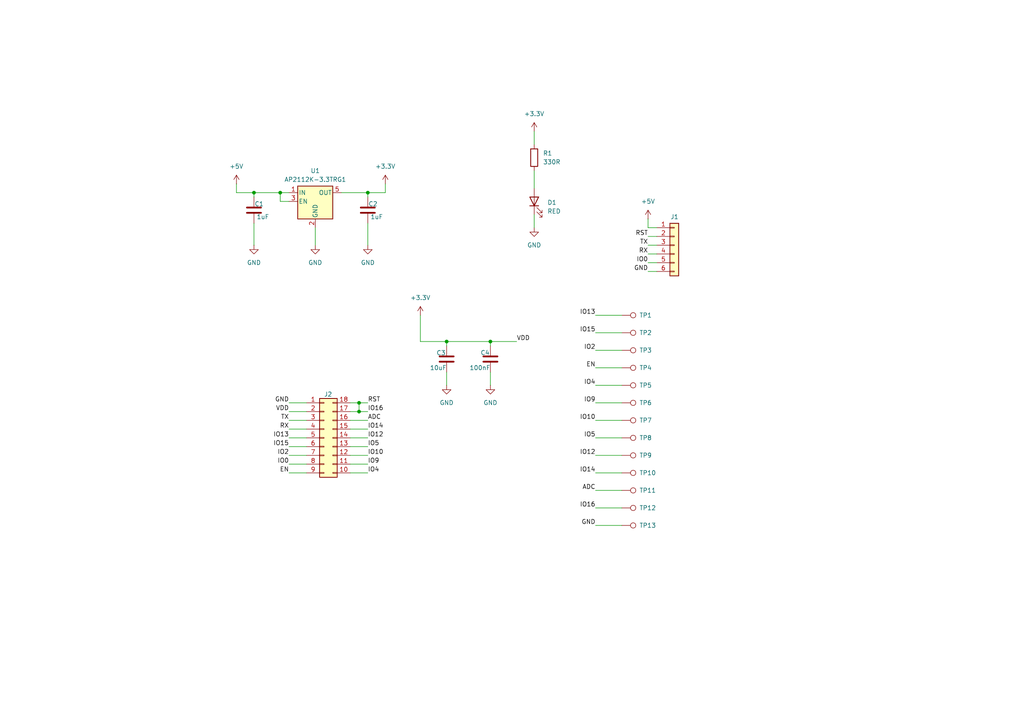
<source format=kicad_sch>
(kicad_sch
	(version 20231120)
	(generator "eeschema")
	(generator_version "8.0")
	(uuid "7e438330-3c2f-4837-8276-2a54b8e7168d")
	(paper "A4")
	(title_block
		(date "2024-06-26")
		(company "Hamza BÜLKÜ")
		(comment 1 "BOARDOZA")
	)
	(lib_symbols
		(symbol "Connector:TestPoint"
			(pin_numbers hide)
			(pin_names
				(offset 0.762) hide)
			(exclude_from_sim no)
			(in_bom yes)
			(on_board yes)
			(property "Reference" "TP"
				(at 0 6.858 0)
				(effects
					(font
						(size 1.27 1.27)
					)
				)
			)
			(property "Value" "TestPoint"
				(at 0 5.08 0)
				(effects
					(font
						(size 1.27 1.27)
					)
				)
			)
			(property "Footprint" ""
				(at 5.08 0 0)
				(effects
					(font
						(size 1.27 1.27)
					)
					(hide yes)
				)
			)
			(property "Datasheet" "~"
				(at 5.08 0 0)
				(effects
					(font
						(size 1.27 1.27)
					)
					(hide yes)
				)
			)
			(property "Description" "test point"
				(at 0 0 0)
				(effects
					(font
						(size 1.27 1.27)
					)
					(hide yes)
				)
			)
			(property "ki_keywords" "test point tp"
				(at 0 0 0)
				(effects
					(font
						(size 1.27 1.27)
					)
					(hide yes)
				)
			)
			(property "ki_fp_filters" "Pin* Test*"
				(at 0 0 0)
				(effects
					(font
						(size 1.27 1.27)
					)
					(hide yes)
				)
			)
			(symbol "TestPoint_0_1"
				(circle
					(center 0 3.302)
					(radius 0.762)
					(stroke
						(width 0)
						(type default)
					)
					(fill
						(type none)
					)
				)
			)
			(symbol "TestPoint_1_1"
				(pin passive line
					(at 0 0 90)
					(length 2.54)
					(name "1"
						(effects
							(font
								(size 1.27 1.27)
							)
						)
					)
					(number "1"
						(effects
							(font
								(size 1.27 1.27)
							)
						)
					)
				)
			)
		)
		(symbol "Connector_Generic:Conn_01x06"
			(pin_names
				(offset 1.016) hide)
			(exclude_from_sim no)
			(in_bom yes)
			(on_board yes)
			(property "Reference" "J"
				(at 0 7.62 0)
				(effects
					(font
						(size 1.27 1.27)
					)
				)
			)
			(property "Value" "Conn_01x06"
				(at 0 -10.16 0)
				(effects
					(font
						(size 1.27 1.27)
					)
				)
			)
			(property "Footprint" ""
				(at 0 0 0)
				(effects
					(font
						(size 1.27 1.27)
					)
					(hide yes)
				)
			)
			(property "Datasheet" "~"
				(at 0 0 0)
				(effects
					(font
						(size 1.27 1.27)
					)
					(hide yes)
				)
			)
			(property "Description" "Generic connector, single row, 01x06, script generated (kicad-library-utils/schlib/autogen/connector/)"
				(at 0 0 0)
				(effects
					(font
						(size 1.27 1.27)
					)
					(hide yes)
				)
			)
			(property "ki_keywords" "connector"
				(at 0 0 0)
				(effects
					(font
						(size 1.27 1.27)
					)
					(hide yes)
				)
			)
			(property "ki_fp_filters" "Connector*:*_1x??_*"
				(at 0 0 0)
				(effects
					(font
						(size 1.27 1.27)
					)
					(hide yes)
				)
			)
			(symbol "Conn_01x06_1_1"
				(rectangle
					(start -1.27 -7.493)
					(end 0 -7.747)
					(stroke
						(width 0.1524)
						(type default)
					)
					(fill
						(type none)
					)
				)
				(rectangle
					(start -1.27 -4.953)
					(end 0 -5.207)
					(stroke
						(width 0.1524)
						(type default)
					)
					(fill
						(type none)
					)
				)
				(rectangle
					(start -1.27 -2.413)
					(end 0 -2.667)
					(stroke
						(width 0.1524)
						(type default)
					)
					(fill
						(type none)
					)
				)
				(rectangle
					(start -1.27 0.127)
					(end 0 -0.127)
					(stroke
						(width 0.1524)
						(type default)
					)
					(fill
						(type none)
					)
				)
				(rectangle
					(start -1.27 2.667)
					(end 0 2.413)
					(stroke
						(width 0.1524)
						(type default)
					)
					(fill
						(type none)
					)
				)
				(rectangle
					(start -1.27 5.207)
					(end 0 4.953)
					(stroke
						(width 0.1524)
						(type default)
					)
					(fill
						(type none)
					)
				)
				(rectangle
					(start -1.27 6.35)
					(end 1.27 -8.89)
					(stroke
						(width 0.254)
						(type default)
					)
					(fill
						(type background)
					)
				)
				(pin passive line
					(at -5.08 5.08 0)
					(length 3.81)
					(name "Pin_1"
						(effects
							(font
								(size 1.27 1.27)
							)
						)
					)
					(number "1"
						(effects
							(font
								(size 1.27 1.27)
							)
						)
					)
				)
				(pin passive line
					(at -5.08 2.54 0)
					(length 3.81)
					(name "Pin_2"
						(effects
							(font
								(size 1.27 1.27)
							)
						)
					)
					(number "2"
						(effects
							(font
								(size 1.27 1.27)
							)
						)
					)
				)
				(pin passive line
					(at -5.08 0 0)
					(length 3.81)
					(name "Pin_3"
						(effects
							(font
								(size 1.27 1.27)
							)
						)
					)
					(number "3"
						(effects
							(font
								(size 1.27 1.27)
							)
						)
					)
				)
				(pin passive line
					(at -5.08 -2.54 0)
					(length 3.81)
					(name "Pin_4"
						(effects
							(font
								(size 1.27 1.27)
							)
						)
					)
					(number "4"
						(effects
							(font
								(size 1.27 1.27)
							)
						)
					)
				)
				(pin passive line
					(at -5.08 -5.08 0)
					(length 3.81)
					(name "Pin_5"
						(effects
							(font
								(size 1.27 1.27)
							)
						)
					)
					(number "5"
						(effects
							(font
								(size 1.27 1.27)
							)
						)
					)
				)
				(pin passive line
					(at -5.08 -7.62 0)
					(length 3.81)
					(name "Pin_6"
						(effects
							(font
								(size 1.27 1.27)
							)
						)
					)
					(number "6"
						(effects
							(font
								(size 1.27 1.27)
							)
						)
					)
				)
			)
		)
		(symbol "Connector_Generic:Conn_02x09_Counter_Clockwise"
			(pin_names
				(offset 1.016) hide)
			(exclude_from_sim no)
			(in_bom yes)
			(on_board yes)
			(property "Reference" "J"
				(at 1.27 12.7 0)
				(effects
					(font
						(size 1.27 1.27)
					)
				)
			)
			(property "Value" "Conn_02x09_Counter_Clockwise"
				(at 1.27 -12.7 0)
				(effects
					(font
						(size 1.27 1.27)
					)
				)
			)
			(property "Footprint" ""
				(at 0 0 0)
				(effects
					(font
						(size 1.27 1.27)
					)
					(hide yes)
				)
			)
			(property "Datasheet" "~"
				(at 0 0 0)
				(effects
					(font
						(size 1.27 1.27)
					)
					(hide yes)
				)
			)
			(property "Description" "Generic connector, double row, 02x09, counter clockwise pin numbering scheme (similar to DIP package numbering), script generated (kicad-library-utils/schlib/autogen/connector/)"
				(at 0 0 0)
				(effects
					(font
						(size 1.27 1.27)
					)
					(hide yes)
				)
			)
			(property "ki_keywords" "connector"
				(at 0 0 0)
				(effects
					(font
						(size 1.27 1.27)
					)
					(hide yes)
				)
			)
			(property "ki_fp_filters" "Connector*:*_2x??_*"
				(at 0 0 0)
				(effects
					(font
						(size 1.27 1.27)
					)
					(hide yes)
				)
			)
			(symbol "Conn_02x09_Counter_Clockwise_1_1"
				(rectangle
					(start -1.27 -10.033)
					(end 0 -10.287)
					(stroke
						(width 0.1524)
						(type default)
					)
					(fill
						(type none)
					)
				)
				(rectangle
					(start -1.27 -7.493)
					(end 0 -7.747)
					(stroke
						(width 0.1524)
						(type default)
					)
					(fill
						(type none)
					)
				)
				(rectangle
					(start -1.27 -4.953)
					(end 0 -5.207)
					(stroke
						(width 0.1524)
						(type default)
					)
					(fill
						(type none)
					)
				)
				(rectangle
					(start -1.27 -2.413)
					(end 0 -2.667)
					(stroke
						(width 0.1524)
						(type default)
					)
					(fill
						(type none)
					)
				)
				(rectangle
					(start -1.27 0.127)
					(end 0 -0.127)
					(stroke
						(width 0.1524)
						(type default)
					)
					(fill
						(type none)
					)
				)
				(rectangle
					(start -1.27 2.667)
					(end 0 2.413)
					(stroke
						(width 0.1524)
						(type default)
					)
					(fill
						(type none)
					)
				)
				(rectangle
					(start -1.27 5.207)
					(end 0 4.953)
					(stroke
						(width 0.1524)
						(type default)
					)
					(fill
						(type none)
					)
				)
				(rectangle
					(start -1.27 7.747)
					(end 0 7.493)
					(stroke
						(width 0.1524)
						(type default)
					)
					(fill
						(type none)
					)
				)
				(rectangle
					(start -1.27 10.287)
					(end 0 10.033)
					(stroke
						(width 0.1524)
						(type default)
					)
					(fill
						(type none)
					)
				)
				(rectangle
					(start -1.27 11.43)
					(end 3.81 -11.43)
					(stroke
						(width 0.254)
						(type default)
					)
					(fill
						(type background)
					)
				)
				(rectangle
					(start 3.81 -10.033)
					(end 2.54 -10.287)
					(stroke
						(width 0.1524)
						(type default)
					)
					(fill
						(type none)
					)
				)
				(rectangle
					(start 3.81 -7.493)
					(end 2.54 -7.747)
					(stroke
						(width 0.1524)
						(type default)
					)
					(fill
						(type none)
					)
				)
				(rectangle
					(start 3.81 -4.953)
					(end 2.54 -5.207)
					(stroke
						(width 0.1524)
						(type default)
					)
					(fill
						(type none)
					)
				)
				(rectangle
					(start 3.81 -2.413)
					(end 2.54 -2.667)
					(stroke
						(width 0.1524)
						(type default)
					)
					(fill
						(type none)
					)
				)
				(rectangle
					(start 3.81 0.127)
					(end 2.54 -0.127)
					(stroke
						(width 0.1524)
						(type default)
					)
					(fill
						(type none)
					)
				)
				(rectangle
					(start 3.81 2.667)
					(end 2.54 2.413)
					(stroke
						(width 0.1524)
						(type default)
					)
					(fill
						(type none)
					)
				)
				(rectangle
					(start 3.81 5.207)
					(end 2.54 4.953)
					(stroke
						(width 0.1524)
						(type default)
					)
					(fill
						(type none)
					)
				)
				(rectangle
					(start 3.81 7.747)
					(end 2.54 7.493)
					(stroke
						(width 0.1524)
						(type default)
					)
					(fill
						(type none)
					)
				)
				(rectangle
					(start 3.81 10.287)
					(end 2.54 10.033)
					(stroke
						(width 0.1524)
						(type default)
					)
					(fill
						(type none)
					)
				)
				(pin passive line
					(at -5.08 10.16 0)
					(length 3.81)
					(name "Pin_1"
						(effects
							(font
								(size 1.27 1.27)
							)
						)
					)
					(number "1"
						(effects
							(font
								(size 1.27 1.27)
							)
						)
					)
				)
				(pin passive line
					(at 7.62 -10.16 180)
					(length 3.81)
					(name "Pin_10"
						(effects
							(font
								(size 1.27 1.27)
							)
						)
					)
					(number "10"
						(effects
							(font
								(size 1.27 1.27)
							)
						)
					)
				)
				(pin passive line
					(at 7.62 -7.62 180)
					(length 3.81)
					(name "Pin_11"
						(effects
							(font
								(size 1.27 1.27)
							)
						)
					)
					(number "11"
						(effects
							(font
								(size 1.27 1.27)
							)
						)
					)
				)
				(pin passive line
					(at 7.62 -5.08 180)
					(length 3.81)
					(name "Pin_12"
						(effects
							(font
								(size 1.27 1.27)
							)
						)
					)
					(number "12"
						(effects
							(font
								(size 1.27 1.27)
							)
						)
					)
				)
				(pin passive line
					(at 7.62 -2.54 180)
					(length 3.81)
					(name "Pin_13"
						(effects
							(font
								(size 1.27 1.27)
							)
						)
					)
					(number "13"
						(effects
							(font
								(size 1.27 1.27)
							)
						)
					)
				)
				(pin passive line
					(at 7.62 0 180)
					(length 3.81)
					(name "Pin_14"
						(effects
							(font
								(size 1.27 1.27)
							)
						)
					)
					(number "14"
						(effects
							(font
								(size 1.27 1.27)
							)
						)
					)
				)
				(pin passive line
					(at 7.62 2.54 180)
					(length 3.81)
					(name "Pin_15"
						(effects
							(font
								(size 1.27 1.27)
							)
						)
					)
					(number "15"
						(effects
							(font
								(size 1.27 1.27)
							)
						)
					)
				)
				(pin passive line
					(at 7.62 5.08 180)
					(length 3.81)
					(name "Pin_16"
						(effects
							(font
								(size 1.27 1.27)
							)
						)
					)
					(number "16"
						(effects
							(font
								(size 1.27 1.27)
							)
						)
					)
				)
				(pin passive line
					(at 7.62 7.62 180)
					(length 3.81)
					(name "Pin_17"
						(effects
							(font
								(size 1.27 1.27)
							)
						)
					)
					(number "17"
						(effects
							(font
								(size 1.27 1.27)
							)
						)
					)
				)
				(pin passive line
					(at 7.62 10.16 180)
					(length 3.81)
					(name "Pin_18"
						(effects
							(font
								(size 1.27 1.27)
							)
						)
					)
					(number "18"
						(effects
							(font
								(size 1.27 1.27)
							)
						)
					)
				)
				(pin passive line
					(at -5.08 7.62 0)
					(length 3.81)
					(name "Pin_2"
						(effects
							(font
								(size 1.27 1.27)
							)
						)
					)
					(number "2"
						(effects
							(font
								(size 1.27 1.27)
							)
						)
					)
				)
				(pin passive line
					(at -5.08 5.08 0)
					(length 3.81)
					(name "Pin_3"
						(effects
							(font
								(size 1.27 1.27)
							)
						)
					)
					(number "3"
						(effects
							(font
								(size 1.27 1.27)
							)
						)
					)
				)
				(pin passive line
					(at -5.08 2.54 0)
					(length 3.81)
					(name "Pin_4"
						(effects
							(font
								(size 1.27 1.27)
							)
						)
					)
					(number "4"
						(effects
							(font
								(size 1.27 1.27)
							)
						)
					)
				)
				(pin passive line
					(at -5.08 0 0)
					(length 3.81)
					(name "Pin_5"
						(effects
							(font
								(size 1.27 1.27)
							)
						)
					)
					(number "5"
						(effects
							(font
								(size 1.27 1.27)
							)
						)
					)
				)
				(pin passive line
					(at -5.08 -2.54 0)
					(length 3.81)
					(name "Pin_6"
						(effects
							(font
								(size 1.27 1.27)
							)
						)
					)
					(number "6"
						(effects
							(font
								(size 1.27 1.27)
							)
						)
					)
				)
				(pin passive line
					(at -5.08 -5.08 0)
					(length 3.81)
					(name "Pin_7"
						(effects
							(font
								(size 1.27 1.27)
							)
						)
					)
					(number "7"
						(effects
							(font
								(size 1.27 1.27)
							)
						)
					)
				)
				(pin passive line
					(at -5.08 -7.62 0)
					(length 3.81)
					(name "Pin_8"
						(effects
							(font
								(size 1.27 1.27)
							)
						)
					)
					(number "8"
						(effects
							(font
								(size 1.27 1.27)
							)
						)
					)
				)
				(pin passive line
					(at -5.08 -10.16 0)
					(length 3.81)
					(name "Pin_9"
						(effects
							(font
								(size 1.27 1.27)
							)
						)
					)
					(number "9"
						(effects
							(font
								(size 1.27 1.27)
							)
						)
					)
				)
			)
		)
		(symbol "Device:C"
			(pin_numbers hide)
			(pin_names
				(offset 0.254)
			)
			(exclude_from_sim no)
			(in_bom yes)
			(on_board yes)
			(property "Reference" "C"
				(at 0.635 2.54 0)
				(effects
					(font
						(size 1.27 1.27)
					)
					(justify left)
				)
			)
			(property "Value" "C"
				(at 0.635 -2.54 0)
				(effects
					(font
						(size 1.27 1.27)
					)
					(justify left)
				)
			)
			(property "Footprint" ""
				(at 0.9652 -3.81 0)
				(effects
					(font
						(size 1.27 1.27)
					)
					(hide yes)
				)
			)
			(property "Datasheet" "~"
				(at 0 0 0)
				(effects
					(font
						(size 1.27 1.27)
					)
					(hide yes)
				)
			)
			(property "Description" "Unpolarized capacitor"
				(at 0 0 0)
				(effects
					(font
						(size 1.27 1.27)
					)
					(hide yes)
				)
			)
			(property "ki_keywords" "cap capacitor"
				(at 0 0 0)
				(effects
					(font
						(size 1.27 1.27)
					)
					(hide yes)
				)
			)
			(property "ki_fp_filters" "C_*"
				(at 0 0 0)
				(effects
					(font
						(size 1.27 1.27)
					)
					(hide yes)
				)
			)
			(symbol "C_0_1"
				(polyline
					(pts
						(xy -2.032 -0.762) (xy 2.032 -0.762)
					)
					(stroke
						(width 0.508)
						(type default)
					)
					(fill
						(type none)
					)
				)
				(polyline
					(pts
						(xy -2.032 0.762) (xy 2.032 0.762)
					)
					(stroke
						(width 0.508)
						(type default)
					)
					(fill
						(type none)
					)
				)
			)
			(symbol "C_1_1"
				(pin passive line
					(at 0 3.81 270)
					(length 2.794)
					(name "~"
						(effects
							(font
								(size 1.27 1.27)
							)
						)
					)
					(number "1"
						(effects
							(font
								(size 1.27 1.27)
							)
						)
					)
				)
				(pin passive line
					(at 0 -3.81 90)
					(length 2.794)
					(name "~"
						(effects
							(font
								(size 1.27 1.27)
							)
						)
					)
					(number "2"
						(effects
							(font
								(size 1.27 1.27)
							)
						)
					)
				)
			)
		)
		(symbol "Device:LED"
			(pin_numbers hide)
			(pin_names
				(offset 1.016) hide)
			(exclude_from_sim no)
			(in_bom yes)
			(on_board yes)
			(property "Reference" "D"
				(at 0 2.54 0)
				(effects
					(font
						(size 1.27 1.27)
					)
				)
			)
			(property "Value" "LED"
				(at 0 -2.54 0)
				(effects
					(font
						(size 1.27 1.27)
					)
				)
			)
			(property "Footprint" ""
				(at 0 0 0)
				(effects
					(font
						(size 1.27 1.27)
					)
					(hide yes)
				)
			)
			(property "Datasheet" "~"
				(at 0 0 0)
				(effects
					(font
						(size 1.27 1.27)
					)
					(hide yes)
				)
			)
			(property "Description" "Light emitting diode"
				(at 0 0 0)
				(effects
					(font
						(size 1.27 1.27)
					)
					(hide yes)
				)
			)
			(property "ki_keywords" "LED diode"
				(at 0 0 0)
				(effects
					(font
						(size 1.27 1.27)
					)
					(hide yes)
				)
			)
			(property "ki_fp_filters" "LED* LED_SMD:* LED_THT:*"
				(at 0 0 0)
				(effects
					(font
						(size 1.27 1.27)
					)
					(hide yes)
				)
			)
			(symbol "LED_0_1"
				(polyline
					(pts
						(xy -1.27 -1.27) (xy -1.27 1.27)
					)
					(stroke
						(width 0.254)
						(type default)
					)
					(fill
						(type none)
					)
				)
				(polyline
					(pts
						(xy -1.27 0) (xy 1.27 0)
					)
					(stroke
						(width 0)
						(type default)
					)
					(fill
						(type none)
					)
				)
				(polyline
					(pts
						(xy 1.27 -1.27) (xy 1.27 1.27) (xy -1.27 0) (xy 1.27 -1.27)
					)
					(stroke
						(width 0.254)
						(type default)
					)
					(fill
						(type none)
					)
				)
				(polyline
					(pts
						(xy -3.048 -0.762) (xy -4.572 -2.286) (xy -3.81 -2.286) (xy -4.572 -2.286) (xy -4.572 -1.524)
					)
					(stroke
						(width 0)
						(type default)
					)
					(fill
						(type none)
					)
				)
				(polyline
					(pts
						(xy -1.778 -0.762) (xy -3.302 -2.286) (xy -2.54 -2.286) (xy -3.302 -2.286) (xy -3.302 -1.524)
					)
					(stroke
						(width 0)
						(type default)
					)
					(fill
						(type none)
					)
				)
			)
			(symbol "LED_1_1"
				(pin passive line
					(at -3.81 0 0)
					(length 2.54)
					(name "K"
						(effects
							(font
								(size 1.27 1.27)
							)
						)
					)
					(number "1"
						(effects
							(font
								(size 1.27 1.27)
							)
						)
					)
				)
				(pin passive line
					(at 3.81 0 180)
					(length 2.54)
					(name "A"
						(effects
							(font
								(size 1.27 1.27)
							)
						)
					)
					(number "2"
						(effects
							(font
								(size 1.27 1.27)
							)
						)
					)
				)
			)
		)
		(symbol "Device:R"
			(pin_numbers hide)
			(pin_names
				(offset 0)
			)
			(exclude_from_sim no)
			(in_bom yes)
			(on_board yes)
			(property "Reference" "R"
				(at 2.032 0 90)
				(effects
					(font
						(size 1.27 1.27)
					)
				)
			)
			(property "Value" "R"
				(at 0 0 90)
				(effects
					(font
						(size 1.27 1.27)
					)
				)
			)
			(property "Footprint" ""
				(at -1.778 0 90)
				(effects
					(font
						(size 1.27 1.27)
					)
					(hide yes)
				)
			)
			(property "Datasheet" "~"
				(at 0 0 0)
				(effects
					(font
						(size 1.27 1.27)
					)
					(hide yes)
				)
			)
			(property "Description" "Resistor"
				(at 0 0 0)
				(effects
					(font
						(size 1.27 1.27)
					)
					(hide yes)
				)
			)
			(property "ki_keywords" "R res resistor"
				(at 0 0 0)
				(effects
					(font
						(size 1.27 1.27)
					)
					(hide yes)
				)
			)
			(property "ki_fp_filters" "R_*"
				(at 0 0 0)
				(effects
					(font
						(size 1.27 1.27)
					)
					(hide yes)
				)
			)
			(symbol "R_0_1"
				(rectangle
					(start -1.016 -2.54)
					(end 1.016 2.54)
					(stroke
						(width 0.254)
						(type default)
					)
					(fill
						(type none)
					)
				)
			)
			(symbol "R_1_1"
				(pin passive line
					(at 0 3.81 270)
					(length 1.27)
					(name "~"
						(effects
							(font
								(size 1.27 1.27)
							)
						)
					)
					(number "1"
						(effects
							(font
								(size 1.27 1.27)
							)
						)
					)
				)
				(pin passive line
					(at 0 -3.81 90)
					(length 1.27)
					(name "~"
						(effects
							(font
								(size 1.27 1.27)
							)
						)
					)
					(number "2"
						(effects
							(font
								(size 1.27 1.27)
							)
						)
					)
				)
			)
		)
		(symbol "Regulator_Linear:TLV73333PDBV"
			(pin_names
				(offset 0.254)
			)
			(exclude_from_sim no)
			(in_bom yes)
			(on_board yes)
			(property "Reference" "U"
				(at -3.81 5.715 0)
				(effects
					(font
						(size 1.27 1.27)
					)
				)
			)
			(property "Value" "TLV73333PDBV"
				(at 0 5.715 0)
				(effects
					(font
						(size 1.27 1.27)
					)
					(justify left)
				)
			)
			(property "Footprint" "Package_TO_SOT_SMD:SOT-23-5"
				(at 0 8.255 0)
				(effects
					(font
						(size 1.27 1.27)
						(italic yes)
					)
					(hide yes)
				)
			)
			(property "Datasheet" "http://www.ti.com/lit/ds/symlink/tlv733p.pdf"
				(at 0 0 0)
				(effects
					(font
						(size 1.27 1.27)
					)
					(hide yes)
				)
			)
			(property "Description" "300mA Capacitor-Free Low Dropout Voltage Regulator, Fixed Output 3.3V, SOT-23-5"
				(at 0 0 0)
				(effects
					(font
						(size 1.27 1.27)
					)
					(hide yes)
				)
			)
			(property "ki_keywords" "300mA LDO Regulator Fixed Positive Capacitor-Free"
				(at 0 0 0)
				(effects
					(font
						(size 1.27 1.27)
					)
					(hide yes)
				)
			)
			(property "ki_fp_filters" "SOT?23*"
				(at 0 0 0)
				(effects
					(font
						(size 1.27 1.27)
					)
					(hide yes)
				)
			)
			(symbol "TLV73333PDBV_0_1"
				(rectangle
					(start -5.08 4.445)
					(end 5.08 -5.08)
					(stroke
						(width 0.254)
						(type default)
					)
					(fill
						(type background)
					)
				)
			)
			(symbol "TLV73333PDBV_1_1"
				(pin power_in line
					(at -7.62 2.54 0)
					(length 2.54)
					(name "IN"
						(effects
							(font
								(size 1.27 1.27)
							)
						)
					)
					(number "1"
						(effects
							(font
								(size 1.27 1.27)
							)
						)
					)
				)
				(pin power_in line
					(at 0 -7.62 90)
					(length 2.54)
					(name "GND"
						(effects
							(font
								(size 1.27 1.27)
							)
						)
					)
					(number "2"
						(effects
							(font
								(size 1.27 1.27)
							)
						)
					)
				)
				(pin input line
					(at -7.62 0 0)
					(length 2.54)
					(name "EN"
						(effects
							(font
								(size 1.27 1.27)
							)
						)
					)
					(number "3"
						(effects
							(font
								(size 1.27 1.27)
							)
						)
					)
				)
				(pin no_connect line
					(at 5.08 0 180)
					(length 2.54) hide
					(name "NC"
						(effects
							(font
								(size 1.27 1.27)
							)
						)
					)
					(number "4"
						(effects
							(font
								(size 1.27 1.27)
							)
						)
					)
				)
				(pin power_out line
					(at 7.62 2.54 180)
					(length 2.54)
					(name "OUT"
						(effects
							(font
								(size 1.27 1.27)
							)
						)
					)
					(number "5"
						(effects
							(font
								(size 1.27 1.27)
							)
						)
					)
				)
			)
		)
		(symbol "power:+3.3V"
			(power)
			(pin_numbers hide)
			(pin_names
				(offset 0) hide)
			(exclude_from_sim no)
			(in_bom yes)
			(on_board yes)
			(property "Reference" "#PWR"
				(at 0 -3.81 0)
				(effects
					(font
						(size 1.27 1.27)
					)
					(hide yes)
				)
			)
			(property "Value" "+3.3V"
				(at 0 3.556 0)
				(effects
					(font
						(size 1.27 1.27)
					)
				)
			)
			(property "Footprint" ""
				(at 0 0 0)
				(effects
					(font
						(size 1.27 1.27)
					)
					(hide yes)
				)
			)
			(property "Datasheet" ""
				(at 0 0 0)
				(effects
					(font
						(size 1.27 1.27)
					)
					(hide yes)
				)
			)
			(property "Description" "Power symbol creates a global label with name \"+3.3V\""
				(at 0 0 0)
				(effects
					(font
						(size 1.27 1.27)
					)
					(hide yes)
				)
			)
			(property "ki_keywords" "global power"
				(at 0 0 0)
				(effects
					(font
						(size 1.27 1.27)
					)
					(hide yes)
				)
			)
			(symbol "+3.3V_0_1"
				(polyline
					(pts
						(xy -0.762 1.27) (xy 0 2.54)
					)
					(stroke
						(width 0)
						(type default)
					)
					(fill
						(type none)
					)
				)
				(polyline
					(pts
						(xy 0 0) (xy 0 2.54)
					)
					(stroke
						(width 0)
						(type default)
					)
					(fill
						(type none)
					)
				)
				(polyline
					(pts
						(xy 0 2.54) (xy 0.762 1.27)
					)
					(stroke
						(width 0)
						(type default)
					)
					(fill
						(type none)
					)
				)
			)
			(symbol "+3.3V_1_1"
				(pin power_in line
					(at 0 0 90)
					(length 0)
					(name "~"
						(effects
							(font
								(size 1.27 1.27)
							)
						)
					)
					(number "1"
						(effects
							(font
								(size 1.27 1.27)
							)
						)
					)
				)
			)
		)
		(symbol "power:+5V"
			(power)
			(pin_numbers hide)
			(pin_names
				(offset 0) hide)
			(exclude_from_sim no)
			(in_bom yes)
			(on_board yes)
			(property "Reference" "#PWR"
				(at 0 -3.81 0)
				(effects
					(font
						(size 1.27 1.27)
					)
					(hide yes)
				)
			)
			(property "Value" "+5V"
				(at 0 3.556 0)
				(effects
					(font
						(size 1.27 1.27)
					)
				)
			)
			(property "Footprint" ""
				(at 0 0 0)
				(effects
					(font
						(size 1.27 1.27)
					)
					(hide yes)
				)
			)
			(property "Datasheet" ""
				(at 0 0 0)
				(effects
					(font
						(size 1.27 1.27)
					)
					(hide yes)
				)
			)
			(property "Description" "Power symbol creates a global label with name \"+5V\""
				(at 0 0 0)
				(effects
					(font
						(size 1.27 1.27)
					)
					(hide yes)
				)
			)
			(property "ki_keywords" "global power"
				(at 0 0 0)
				(effects
					(font
						(size 1.27 1.27)
					)
					(hide yes)
				)
			)
			(symbol "+5V_0_1"
				(polyline
					(pts
						(xy -0.762 1.27) (xy 0 2.54)
					)
					(stroke
						(width 0)
						(type default)
					)
					(fill
						(type none)
					)
				)
				(polyline
					(pts
						(xy 0 0) (xy 0 2.54)
					)
					(stroke
						(width 0)
						(type default)
					)
					(fill
						(type none)
					)
				)
				(polyline
					(pts
						(xy 0 2.54) (xy 0.762 1.27)
					)
					(stroke
						(width 0)
						(type default)
					)
					(fill
						(type none)
					)
				)
			)
			(symbol "+5V_1_1"
				(pin power_in line
					(at 0 0 90)
					(length 0)
					(name "~"
						(effects
							(font
								(size 1.27 1.27)
							)
						)
					)
					(number "1"
						(effects
							(font
								(size 1.27 1.27)
							)
						)
					)
				)
			)
		)
		(symbol "power:GND"
			(power)
			(pin_numbers hide)
			(pin_names
				(offset 0) hide)
			(exclude_from_sim no)
			(in_bom yes)
			(on_board yes)
			(property "Reference" "#PWR"
				(at 0 -6.35 0)
				(effects
					(font
						(size 1.27 1.27)
					)
					(hide yes)
				)
			)
			(property "Value" "GND"
				(at 0 -3.81 0)
				(effects
					(font
						(size 1.27 1.27)
					)
				)
			)
			(property "Footprint" ""
				(at 0 0 0)
				(effects
					(font
						(size 1.27 1.27)
					)
					(hide yes)
				)
			)
			(property "Datasheet" ""
				(at 0 0 0)
				(effects
					(font
						(size 1.27 1.27)
					)
					(hide yes)
				)
			)
			(property "Description" "Power symbol creates a global label with name \"GND\" , ground"
				(at 0 0 0)
				(effects
					(font
						(size 1.27 1.27)
					)
					(hide yes)
				)
			)
			(property "ki_keywords" "global power"
				(at 0 0 0)
				(effects
					(font
						(size 1.27 1.27)
					)
					(hide yes)
				)
			)
			(symbol "GND_0_1"
				(polyline
					(pts
						(xy 0 0) (xy 0 -1.27) (xy 1.27 -1.27) (xy 0 -2.54) (xy -1.27 -1.27) (xy 0 -1.27)
					)
					(stroke
						(width 0)
						(type default)
					)
					(fill
						(type none)
					)
				)
			)
			(symbol "GND_1_1"
				(pin power_in line
					(at 0 0 270)
					(length 0)
					(name "~"
						(effects
							(font
								(size 1.27 1.27)
							)
						)
					)
					(number "1"
						(effects
							(font
								(size 1.27 1.27)
							)
						)
					)
				)
			)
		)
	)
	(junction
		(at 104.14 116.84)
		(diameter 0)
		(color 0 0 0 0)
		(uuid "0ffbed81-e47d-4307-9898-bf2ee5f04a01")
	)
	(junction
		(at 106.68 55.88)
		(diameter 0)
		(color 0 0 0 0)
		(uuid "6b8c5988-07d8-4b77-b5d4-a1c65f7ddced")
	)
	(junction
		(at 73.66 55.88)
		(diameter 0)
		(color 0 0 0 0)
		(uuid "77dee4e1-91e6-464a-960c-e7f6c779d948")
	)
	(junction
		(at 104.14 119.38)
		(diameter 0)
		(color 0 0 0 0)
		(uuid "78348a10-6ae5-4d80-8b32-65e49fd12aa6")
	)
	(junction
		(at 142.24 99.06)
		(diameter 0)
		(color 0 0 0 0)
		(uuid "a1503ff3-f735-49eb-9a43-1c814a699b7b")
	)
	(junction
		(at 129.54 99.06)
		(diameter 0)
		(color 0 0 0 0)
		(uuid "a636c882-5abb-4ce8-9051-39eaf0c97b92")
	)
	(junction
		(at 81.28 55.88)
		(diameter 0)
		(color 0 0 0 0)
		(uuid "fffdefef-d675-40a2-b45f-1b53596c62a6")
	)
	(wire
		(pts
			(xy 129.54 99.06) (xy 142.24 99.06)
		)
		(stroke
			(width 0)
			(type default)
		)
		(uuid "08a1703b-f3bd-4b86-a41b-ba78783a6ba9")
	)
	(wire
		(pts
			(xy 106.68 124.46) (xy 101.6 124.46)
		)
		(stroke
			(width 0)
			(type default)
		)
		(uuid "08fc8fa7-da93-4b2c-8e7a-f0055e6e865e")
	)
	(wire
		(pts
			(xy 68.58 55.88) (xy 73.66 55.88)
		)
		(stroke
			(width 0)
			(type default)
		)
		(uuid "0ae874ec-1ece-43d9-8284-37da4ce7e180")
	)
	(wire
		(pts
			(xy 187.96 73.66) (xy 190.5 73.66)
		)
		(stroke
			(width 0)
			(type default)
		)
		(uuid "0bc0e549-3c89-40df-a8c6-5bed1fc6716f")
	)
	(wire
		(pts
			(xy 172.72 106.68) (xy 180.34 106.68)
		)
		(stroke
			(width 0)
			(type default)
		)
		(uuid "11767f7e-f175-4551-8185-049743755aa2")
	)
	(wire
		(pts
			(xy 187.96 68.58) (xy 190.5 68.58)
		)
		(stroke
			(width 0)
			(type default)
		)
		(uuid "1258d8b9-f518-448c-92be-f32e8bb42fc5")
	)
	(wire
		(pts
			(xy 106.68 71.12) (xy 106.68 64.77)
		)
		(stroke
			(width 0)
			(type default)
		)
		(uuid "142af8d8-8492-4157-bcb9-176ceac1a8ed")
	)
	(wire
		(pts
			(xy 106.68 137.16) (xy 101.6 137.16)
		)
		(stroke
			(width 0)
			(type default)
		)
		(uuid "190203b0-7c6c-479b-ba9d-1ac98cdf1cde")
	)
	(wire
		(pts
			(xy 83.82 134.62) (xy 88.9 134.62)
		)
		(stroke
			(width 0)
			(type default)
		)
		(uuid "20029d9c-9cd4-4bf4-a5bd-bfb6652fce56")
	)
	(wire
		(pts
			(xy 172.72 111.76) (xy 180.34 111.76)
		)
		(stroke
			(width 0)
			(type default)
		)
		(uuid "26e5f169-4e68-45ab-9eb8-47fa5dec9ccc")
	)
	(wire
		(pts
			(xy 68.58 53.34) (xy 68.58 55.88)
		)
		(stroke
			(width 0)
			(type default)
		)
		(uuid "2a6e5b77-48d1-4567-8a8c-e7217190ad5d")
	)
	(wire
		(pts
			(xy 73.66 57.15) (xy 73.66 55.88)
		)
		(stroke
			(width 0)
			(type default)
		)
		(uuid "2b7b7bb3-3564-41e6-819d-6be6ab91c7e3")
	)
	(wire
		(pts
			(xy 106.68 119.38) (xy 104.14 119.38)
		)
		(stroke
			(width 0)
			(type default)
		)
		(uuid "2e9d0640-0d0d-43d5-9a5d-b3f13c085dc8")
	)
	(wire
		(pts
			(xy 129.54 111.76) (xy 129.54 107.95)
		)
		(stroke
			(width 0)
			(type default)
		)
		(uuid "35c2aafd-e643-4459-87d6-2578e8029aae")
	)
	(wire
		(pts
			(xy 172.72 137.16) (xy 180.34 137.16)
		)
		(stroke
			(width 0)
			(type default)
		)
		(uuid "35e0f226-cfb2-4597-9f02-5b1c4ed71eb0")
	)
	(wire
		(pts
			(xy 129.54 99.06) (xy 129.54 100.33)
		)
		(stroke
			(width 0)
			(type default)
		)
		(uuid "38969923-3008-4035-9c86-1c968dfb4c0d")
	)
	(wire
		(pts
			(xy 83.82 137.16) (xy 88.9 137.16)
		)
		(stroke
			(width 0)
			(type default)
		)
		(uuid "3fc98d55-cf51-42a5-97c8-53e5792a60d8")
	)
	(wire
		(pts
			(xy 106.68 134.62) (xy 101.6 134.62)
		)
		(stroke
			(width 0)
			(type default)
		)
		(uuid "522834b6-4fcf-44e1-a149-2c7e2ef864a3")
	)
	(wire
		(pts
			(xy 142.24 99.06) (xy 149.86 99.06)
		)
		(stroke
			(width 0)
			(type default)
		)
		(uuid "53a88eff-0bcc-4a7b-a92b-124196f5e834")
	)
	(wire
		(pts
			(xy 73.66 55.88) (xy 81.28 55.88)
		)
		(stroke
			(width 0)
			(type default)
		)
		(uuid "5a7626d2-3c8f-4f87-8ffa-4e081e1ecd07")
	)
	(wire
		(pts
			(xy 187.96 78.74) (xy 190.5 78.74)
		)
		(stroke
			(width 0)
			(type default)
		)
		(uuid "5e0c3072-a596-42e3-bf0a-b8b357fdd177")
	)
	(wire
		(pts
			(xy 172.72 152.4) (xy 180.34 152.4)
		)
		(stroke
			(width 0)
			(type default)
		)
		(uuid "622de707-ce9b-4893-bba3-69757574cb7e")
	)
	(wire
		(pts
			(xy 106.68 121.92) (xy 101.6 121.92)
		)
		(stroke
			(width 0)
			(type default)
		)
		(uuid "65d89ccc-040f-4f70-bc71-c2f303944ce6")
	)
	(wire
		(pts
			(xy 172.72 116.84) (xy 180.34 116.84)
		)
		(stroke
			(width 0)
			(type default)
		)
		(uuid "66a92fd4-7189-43bf-ab71-337887892959")
	)
	(wire
		(pts
			(xy 187.96 63.5) (xy 187.96 66.04)
		)
		(stroke
			(width 0)
			(type default)
		)
		(uuid "68c33c32-2d3a-4e3e-87ba-89ff1cdac2c8")
	)
	(wire
		(pts
			(xy 172.72 121.92) (xy 180.34 121.92)
		)
		(stroke
			(width 0)
			(type default)
		)
		(uuid "6ce8d23f-64f3-49d5-9056-c3198f9bd756")
	)
	(wire
		(pts
			(xy 106.68 129.54) (xy 101.6 129.54)
		)
		(stroke
			(width 0)
			(type default)
		)
		(uuid "6dd89f4e-c51c-47e1-a2ea-1cd0a4f74e66")
	)
	(wire
		(pts
			(xy 83.82 121.92) (xy 88.9 121.92)
		)
		(stroke
			(width 0)
			(type default)
		)
		(uuid "6eec4d5f-453b-4271-bff6-ffa25721c189")
	)
	(wire
		(pts
			(xy 106.68 116.84) (xy 104.14 116.84)
		)
		(stroke
			(width 0)
			(type default)
		)
		(uuid "7b51c66d-38c1-4e84-a231-11d44d761861")
	)
	(wire
		(pts
			(xy 91.44 71.12) (xy 91.44 66.04)
		)
		(stroke
			(width 0)
			(type default)
		)
		(uuid "7c45203f-dafc-4079-a0c8-e1b87afb2947")
	)
	(wire
		(pts
			(xy 104.14 119.38) (xy 101.6 119.38)
		)
		(stroke
			(width 0)
			(type default)
		)
		(uuid "8270b290-dc84-42cd-8719-7cab696cfb3f")
	)
	(wire
		(pts
			(xy 187.96 66.04) (xy 190.5 66.04)
		)
		(stroke
			(width 0)
			(type default)
		)
		(uuid "8936ec6e-fbd0-47bf-95c9-a54e9c94686c")
	)
	(wire
		(pts
			(xy 172.72 127) (xy 180.34 127)
		)
		(stroke
			(width 0)
			(type default)
		)
		(uuid "8eda7eb0-52e0-49be-ae93-ff99eda6584c")
	)
	(wire
		(pts
			(xy 172.72 101.6) (xy 180.34 101.6)
		)
		(stroke
			(width 0)
			(type default)
		)
		(uuid "93a586bb-15bd-4dca-9d17-17a15c8c365d")
	)
	(wire
		(pts
			(xy 83.82 116.84) (xy 88.9 116.84)
		)
		(stroke
			(width 0)
			(type default)
		)
		(uuid "93a85325-8ad7-4ffc-ae58-a58dbba04e86")
	)
	(wire
		(pts
			(xy 187.96 76.2) (xy 190.5 76.2)
		)
		(stroke
			(width 0)
			(type default)
		)
		(uuid "96412250-d0fe-4490-81a2-331510158ed3")
	)
	(wire
		(pts
			(xy 187.96 71.12) (xy 190.5 71.12)
		)
		(stroke
			(width 0)
			(type default)
		)
		(uuid "a7a5862a-f915-45e7-a9d8-3444ab714632")
	)
	(wire
		(pts
			(xy 83.82 58.42) (xy 81.28 58.42)
		)
		(stroke
			(width 0)
			(type default)
		)
		(uuid "acb79784-64a5-4958-a86b-d84b658cd707")
	)
	(wire
		(pts
			(xy 172.72 142.24) (xy 180.34 142.24)
		)
		(stroke
			(width 0)
			(type default)
		)
		(uuid "b1ba593f-2286-4ea0-9c88-913600ef1de7")
	)
	(wire
		(pts
			(xy 99.06 55.88) (xy 106.68 55.88)
		)
		(stroke
			(width 0)
			(type default)
		)
		(uuid "b273f8db-cddc-4970-8c85-3d3db7275cf9")
	)
	(wire
		(pts
			(xy 142.24 99.06) (xy 142.24 100.33)
		)
		(stroke
			(width 0)
			(type default)
		)
		(uuid "b40523a0-b23f-47b8-b706-f5b57b76c514")
	)
	(wire
		(pts
			(xy 106.68 55.88) (xy 106.68 57.15)
		)
		(stroke
			(width 0)
			(type default)
		)
		(uuid "ba488885-f3a4-4917-9924-2e2752ca65a2")
	)
	(wire
		(pts
			(xy 172.72 91.44) (xy 180.34 91.44)
		)
		(stroke
			(width 0)
			(type default)
		)
		(uuid "bbe9b7e0-e1bd-4804-a652-286a55ddf931")
	)
	(wire
		(pts
			(xy 172.72 132.08) (xy 180.34 132.08)
		)
		(stroke
			(width 0)
			(type default)
		)
		(uuid "bdfe45f6-e6dd-451b-8fbf-71b110bc43a1")
	)
	(wire
		(pts
			(xy 106.68 132.08) (xy 101.6 132.08)
		)
		(stroke
			(width 0)
			(type default)
		)
		(uuid "c2282488-f5d0-4580-a747-f6deca2ab995")
	)
	(wire
		(pts
			(xy 121.92 91.44) (xy 121.92 99.06)
		)
		(stroke
			(width 0)
			(type default)
		)
		(uuid "c6897b67-819c-4242-8ba0-3f64714855fb")
	)
	(wire
		(pts
			(xy 111.76 55.88) (xy 106.68 55.88)
		)
		(stroke
			(width 0)
			(type default)
		)
		(uuid "c6c4e1bb-da0b-4a22-94b1-170320669a24")
	)
	(wire
		(pts
			(xy 81.28 55.88) (xy 83.82 55.88)
		)
		(stroke
			(width 0)
			(type default)
		)
		(uuid "ca0cc20c-970d-434c-ba85-01fa117ee01c")
	)
	(wire
		(pts
			(xy 104.14 116.84) (xy 104.14 119.38)
		)
		(stroke
			(width 0)
			(type default)
		)
		(uuid "cd90079f-5f6d-41f6-92a8-319a4a90e20a")
	)
	(wire
		(pts
			(xy 106.68 127) (xy 101.6 127)
		)
		(stroke
			(width 0)
			(type default)
		)
		(uuid "d03359ec-eac9-48f6-aa6f-6b224524b827")
	)
	(wire
		(pts
			(xy 172.72 147.32) (xy 180.34 147.32)
		)
		(stroke
			(width 0)
			(type default)
		)
		(uuid "d1d835b5-7e5a-4381-a3fb-d847b679a660")
	)
	(wire
		(pts
			(xy 121.92 99.06) (xy 129.54 99.06)
		)
		(stroke
			(width 0)
			(type default)
		)
		(uuid "d690d2dc-fc47-4c07-8bb0-72a986911b51")
	)
	(wire
		(pts
			(xy 83.82 124.46) (xy 88.9 124.46)
		)
		(stroke
			(width 0)
			(type default)
		)
		(uuid "d6c13d28-27d6-4f79-ad5d-3f8e749eb60c")
	)
	(wire
		(pts
			(xy 83.82 129.54) (xy 88.9 129.54)
		)
		(stroke
			(width 0)
			(type default)
		)
		(uuid "d80926f4-2eed-42f4-83b2-89a2be6fda19")
	)
	(wire
		(pts
			(xy 142.24 111.76) (xy 142.24 107.95)
		)
		(stroke
			(width 0)
			(type default)
		)
		(uuid "d83fd820-2f8c-4a50-887a-50af570df887")
	)
	(wire
		(pts
			(xy 83.82 132.08) (xy 88.9 132.08)
		)
		(stroke
			(width 0)
			(type default)
		)
		(uuid "d9724ccb-969e-40ff-8990-c0e32d0a42b0")
	)
	(wire
		(pts
			(xy 154.94 49.53) (xy 154.94 54.61)
		)
		(stroke
			(width 0)
			(type default)
		)
		(uuid "da3962fb-d179-4e01-8558-7c6a7d26dbb6")
	)
	(wire
		(pts
			(xy 83.82 119.38) (xy 88.9 119.38)
		)
		(stroke
			(width 0)
			(type default)
		)
		(uuid "df06d531-955c-4e89-b04c-bc85bf1fa8ab")
	)
	(wire
		(pts
			(xy 154.94 66.04) (xy 154.94 62.23)
		)
		(stroke
			(width 0)
			(type default)
		)
		(uuid "df21003b-d232-4c18-85f6-b5af984c9342")
	)
	(wire
		(pts
			(xy 83.82 127) (xy 88.9 127)
		)
		(stroke
			(width 0)
			(type default)
		)
		(uuid "ea3c1892-b75a-41a3-8160-85aec585d88d")
	)
	(wire
		(pts
			(xy 172.72 96.52) (xy 180.34 96.52)
		)
		(stroke
			(width 0)
			(type default)
		)
		(uuid "ebce60bc-74a3-49ec-b489-5f4d13ad547c")
	)
	(wire
		(pts
			(xy 81.28 58.42) (xy 81.28 55.88)
		)
		(stroke
			(width 0)
			(type default)
		)
		(uuid "f15e7667-b67f-4348-8012-afa2296c437a")
	)
	(wire
		(pts
			(xy 111.76 53.34) (xy 111.76 55.88)
		)
		(stroke
			(width 0)
			(type default)
		)
		(uuid "f3a2d361-5a4a-4166-a9f2-32cc5c0954ab")
	)
	(wire
		(pts
			(xy 154.94 38.1) (xy 154.94 41.91)
		)
		(stroke
			(width 0)
			(type default)
		)
		(uuid "f3f733fa-015b-42c0-af7d-2ff66570f4bf")
	)
	(wire
		(pts
			(xy 104.14 116.84) (xy 101.6 116.84)
		)
		(stroke
			(width 0)
			(type default)
		)
		(uuid "fb0c898d-3318-4548-8bfe-3ef2d5163a7c")
	)
	(wire
		(pts
			(xy 73.66 71.12) (xy 73.66 64.77)
		)
		(stroke
			(width 0)
			(type default)
		)
		(uuid "fc99e6eb-2296-44f0-b79a-e436ab1e6f4c")
	)
	(label "IO5"
		(at 172.72 127 180)
		(fields_autoplaced yes)
		(effects
			(font
				(size 1.27 1.27)
			)
			(justify right bottom)
		)
		(uuid "084b7882-73cb-4a9d-9514-3d17bdd15b78")
	)
	(label "IO5"
		(at 106.68 129.54 0)
		(fields_autoplaced yes)
		(effects
			(font
				(size 1.27 1.27)
			)
			(justify left bottom)
		)
		(uuid "099b309a-0909-440b-9adc-bce3630360fa")
	)
	(label "IO10"
		(at 172.72 121.92 180)
		(fields_autoplaced yes)
		(effects
			(font
				(size 1.27 1.27)
			)
			(justify right bottom)
		)
		(uuid "0b77a3c9-8bc0-43a7-bf0e-5eb41e58d607")
	)
	(label "IO12"
		(at 106.68 127 0)
		(fields_autoplaced yes)
		(effects
			(font
				(size 1.27 1.27)
			)
			(justify left bottom)
		)
		(uuid "106bdb01-533f-4d60-af91-0df384df2420")
	)
	(label "IO15"
		(at 83.82 129.54 180)
		(fields_autoplaced yes)
		(effects
			(font
				(size 1.27 1.27)
			)
			(justify right bottom)
		)
		(uuid "1b242164-6346-4384-bbe1-2aed5e155bea")
	)
	(label "IO12"
		(at 172.72 132.08 180)
		(fields_autoplaced yes)
		(effects
			(font
				(size 1.27 1.27)
			)
			(justify right bottom)
		)
		(uuid "2bf007da-fe10-4def-8f58-6103527f12b0")
	)
	(label "IO13"
		(at 83.82 127 180)
		(fields_autoplaced yes)
		(effects
			(font
				(size 1.27 1.27)
			)
			(justify right bottom)
		)
		(uuid "2d6a142f-3d39-41b6-b0da-00d948ba8238")
	)
	(label "TX"
		(at 187.96 71.12 180)
		(fields_autoplaced yes)
		(effects
			(font
				(size 1.27 1.27)
			)
			(justify right bottom)
		)
		(uuid "30f21c42-0d3a-4252-9224-9848d0038fc5")
	)
	(label "IO14"
		(at 172.72 137.16 180)
		(fields_autoplaced yes)
		(effects
			(font
				(size 1.27 1.27)
			)
			(justify right bottom)
		)
		(uuid "364d9d96-22c7-49d7-8aa2-cdec40487a8b")
	)
	(label "VDD"
		(at 83.82 119.38 180)
		(fields_autoplaced yes)
		(effects
			(font
				(size 1.27 1.27)
			)
			(justify right bottom)
		)
		(uuid "37716f11-4441-4e29-9cc3-c6e82329a52d")
	)
	(label "IO15"
		(at 172.72 96.52 180)
		(fields_autoplaced yes)
		(effects
			(font
				(size 1.27 1.27)
			)
			(justify right bottom)
		)
		(uuid "44ac0878-2215-4c51-abd5-711a93109454")
	)
	(label "RX"
		(at 187.96 73.66 180)
		(fields_autoplaced yes)
		(effects
			(font
				(size 1.27 1.27)
			)
			(justify right bottom)
		)
		(uuid "4f363df1-9b2f-4065-9033-c934398dca07")
	)
	(label "IO4"
		(at 172.72 111.76 180)
		(fields_autoplaced yes)
		(effects
			(font
				(size 1.27 1.27)
			)
			(justify right bottom)
		)
		(uuid "552c6bb0-bca9-43f2-bb33-f24b9feb5927")
	)
	(label "VDD"
		(at 149.86 99.06 0)
		(fields_autoplaced yes)
		(effects
			(font
				(size 1.27 1.27)
			)
			(justify left bottom)
		)
		(uuid "55b2cf69-89c0-42f9-ad3a-98820f45c99f")
	)
	(label "GND"
		(at 83.82 116.84 180)
		(fields_autoplaced yes)
		(effects
			(font
				(size 1.27 1.27)
			)
			(justify right bottom)
		)
		(uuid "5e0539af-33bc-47e3-b326-cd764f1ed5e0")
	)
	(label "IO9"
		(at 172.72 116.84 180)
		(fields_autoplaced yes)
		(effects
			(font
				(size 1.27 1.27)
			)
			(justify right bottom)
		)
		(uuid "60144265-d2a7-498a-95b3-33db815b3d4c")
	)
	(label "IO16"
		(at 172.72 147.32 180)
		(fields_autoplaced yes)
		(effects
			(font
				(size 1.27 1.27)
			)
			(justify right bottom)
		)
		(uuid "65f5af77-3815-4ca0-a1d4-8d41feaea549")
	)
	(label "RX"
		(at 83.82 124.46 180)
		(fields_autoplaced yes)
		(effects
			(font
				(size 1.27 1.27)
			)
			(justify right bottom)
		)
		(uuid "66dc1029-7016-41ca-b861-3456b2210008")
	)
	(label "EN"
		(at 172.72 106.68 180)
		(fields_autoplaced yes)
		(effects
			(font
				(size 1.27 1.27)
			)
			(justify right bottom)
		)
		(uuid "6c6973eb-02df-43fb-bbac-d62222326fc0")
	)
	(label "GND"
		(at 187.96 78.74 180)
		(fields_autoplaced yes)
		(effects
			(font
				(size 1.27 1.27)
			)
			(justify right bottom)
		)
		(uuid "7fe4e712-a745-4640-8a7b-723f748ffaf8")
	)
	(label "IO0"
		(at 83.82 134.62 180)
		(fields_autoplaced yes)
		(effects
			(font
				(size 1.27 1.27)
			)
			(justify right bottom)
		)
		(uuid "8050a7bd-c402-4b51-b357-5edb06175081")
	)
	(label "IO10"
		(at 106.68 132.08 0)
		(fields_autoplaced yes)
		(effects
			(font
				(size 1.27 1.27)
			)
			(justify left bottom)
		)
		(uuid "94b703fb-9f2c-4570-8844-683f302b47c5")
	)
	(label "IO2"
		(at 172.72 101.6 180)
		(fields_autoplaced yes)
		(effects
			(font
				(size 1.27 1.27)
			)
			(justify right bottom)
		)
		(uuid "9519d79c-c9ba-4242-a52f-18c8ae2e36c0")
	)
	(label "IO14"
		(at 106.68 124.46 0)
		(fields_autoplaced yes)
		(effects
			(font
				(size 1.27 1.27)
			)
			(justify left bottom)
		)
		(uuid "9d91cf83-3042-4fb7-a0f9-ead2959bad86")
	)
	(label "EN"
		(at 83.82 137.16 180)
		(fields_autoplaced yes)
		(effects
			(font
				(size 1.27 1.27)
			)
			(justify right bottom)
		)
		(uuid "a124833b-bcbc-4ef9-8579-8efcb8df03b4")
	)
	(label "ADC"
		(at 172.72 142.24 180)
		(fields_autoplaced yes)
		(effects
			(font
				(size 1.27 1.27)
			)
			(justify right bottom)
		)
		(uuid "a79337d8-64ce-4732-8842-024cc38d8a04")
	)
	(label "IO0"
		(at 187.96 76.2 180)
		(fields_autoplaced yes)
		(effects
			(font
				(size 1.27 1.27)
			)
			(justify right bottom)
		)
		(uuid "a7d405bb-0bcf-4219-8076-f5a77bf8175c")
	)
	(label "RST"
		(at 106.68 116.84 0)
		(fields_autoplaced yes)
		(effects
			(font
				(size 1.27 1.27)
			)
			(justify left bottom)
		)
		(uuid "aa644daa-5d8b-48c5-a230-e4ab7cbf2dd2")
	)
	(label "IO2"
		(at 83.82 132.08 180)
		(fields_autoplaced yes)
		(effects
			(font
				(size 1.27 1.27)
			)
			(justify right bottom)
		)
		(uuid "ae53cfb5-953c-4b7d-a68e-e734df4568f2")
	)
	(label "TX"
		(at 83.82 121.92 180)
		(fields_autoplaced yes)
		(effects
			(font
				(size 1.27 1.27)
			)
			(justify right bottom)
		)
		(uuid "b536fb80-5fc7-459e-8eab-c640139ae6f7")
	)
	(label "IO16"
		(at 106.68 119.38 0)
		(fields_autoplaced yes)
		(effects
			(font
				(size 1.27 1.27)
			)
			(justify left bottom)
		)
		(uuid "bcd3f5e1-062a-4fae-b3b1-8a0685189807")
	)
	(label "ADC"
		(at 106.68 121.92 0)
		(fields_autoplaced yes)
		(effects
			(font
				(size 1.27 1.27)
			)
			(justify left bottom)
		)
		(uuid "bef6c354-7f49-4ad8-b16a-96174b16a8da")
	)
	(label "IO13"
		(at 172.72 91.44 180)
		(fields_autoplaced yes)
		(effects
			(font
				(size 1.27 1.27)
			)
			(justify right bottom)
		)
		(uuid "d5386f76-08a1-40b6-8bba-685a17f7770e")
	)
	(label "RST"
		(at 187.96 68.58 180)
		(fields_autoplaced yes)
		(effects
			(font
				(size 1.27 1.27)
			)
			(justify right bottom)
		)
		(uuid "d72e5026-feff-4d6c-b379-9bfa42c9daf7")
	)
	(label "GND"
		(at 172.72 152.4 180)
		(fields_autoplaced yes)
		(effects
			(font
				(size 1.27 1.27)
			)
			(justify right bottom)
		)
		(uuid "dd318fd7-8502-4539-b019-b76fce245f80")
	)
	(label "IO4"
		(at 106.68 137.16 0)
		(fields_autoplaced yes)
		(effects
			(font
				(size 1.27 1.27)
			)
			(justify left bottom)
		)
		(uuid "ef7d4e52-82ff-40d1-9421-8264fb2d0894")
	)
	(label "IO9"
		(at 106.68 134.62 0)
		(fields_autoplaced yes)
		(effects
			(font
				(size 1.27 1.27)
			)
			(justify left bottom)
		)
		(uuid "fd544f3a-32da-44e4-b072-501b1d8efbb7")
	)
	(symbol
		(lib_id "Connector:TestPoint")
		(at 180.34 106.68 270)
		(unit 1)
		(exclude_from_sim no)
		(in_bom yes)
		(on_board yes)
		(dnp no)
		(fields_autoplaced yes)
		(uuid "024e0713-ad36-444c-99a0-5fdf06aa0bd3")
		(property "Reference" "TP4"
			(at 185.42 106.6799 90)
			(effects
				(font
					(size 1.27 1.27)
				)
				(justify left)
			)
		)
		(property "Value" "TestPoint"
			(at 185.42 107.9499 90)
			(effects
				(font
					(size 1.27 1.27)
				)
				(justify left)
				(hide yes)
			)
		)
		(property "Footprint" "TestPoint:TestPoint_Pad_1.0x1.0mm"
			(at 180.34 111.76 0)
			(effects
				(font
					(size 1.27 1.27)
				)
				(hide yes)
			)
		)
		(property "Datasheet" "~"
			(at 180.34 111.76 0)
			(effects
				(font
					(size 1.27 1.27)
				)
				(hide yes)
			)
		)
		(property "Description" "test point"
			(at 180.34 106.68 0)
			(effects
				(font
					(size 1.27 1.27)
				)
				(hide yes)
			)
		)
		(pin "1"
			(uuid "f5b57ce6-83ef-4d7b-9d90-e0a05b201c4d")
		)
		(instances
			(project "B-ESP01M-BRK-01MBR-R01"
				(path "/7e438330-3c2f-4837-8276-2a54b8e7168d"
					(reference "TP4")
					(unit 1)
				)
			)
		)
	)
	(symbol
		(lib_id "Connector_Generic:Conn_01x06")
		(at 195.58 71.12 0)
		(unit 1)
		(exclude_from_sim no)
		(in_bom yes)
		(on_board yes)
		(dnp no)
		(uuid "13db5d31-abd7-46a1-a3e4-f0fbb7938cc3")
		(property "Reference" "J1"
			(at 194.4449 62.9018 0)
			(effects
				(font
					(size 1.27 1.27)
				)
				(justify left)
			)
		)
		(property "Value" "Conn_01x06"
			(at 198.12 73.6599 0)
			(effects
				(font
					(size 1.27 1.27)
				)
				(justify left)
				(hide yes)
			)
		)
		(property "Footprint" "ConnectorsBoardoza:2317-06S_1x06_P2.50mm_Vertical"
			(at 195.58 71.12 0)
			(effects
				(font
					(size 1.27 1.27)
				)
				(hide yes)
			)
		)
		(property "Datasheet" "~"
			(at 195.58 71.12 0)
			(effects
				(font
					(size 1.27 1.27)
				)
				(hide yes)
			)
		)
		(property "Description" "Generic connector, single row, 01x06, script generated (kicad-library-utils/schlib/autogen/connector/)"
			(at 195.58 71.12 0)
			(effects
				(font
					(size 1.27 1.27)
				)
				(hide yes)
			)
		)
		(pin "6"
			(uuid "245edccf-202e-46a5-bc00-bd26e13bddac")
		)
		(pin "4"
			(uuid "810be915-9413-4ef7-a26e-e5f86bc58c34")
		)
		(pin "1"
			(uuid "9a9052b0-182e-432c-9f60-382f8bb4c172")
		)
		(pin "3"
			(uuid "22dbc45c-24da-43c1-b1e2-8e8158808dc6")
		)
		(pin "5"
			(uuid "c323e91f-80a4-433d-98bf-4f5b3c5b330f")
		)
		(pin "2"
			(uuid "e7dd7231-3d57-44c1-a127-abaed7505d21")
		)
		(instances
			(project "B-ESP01M-BRK-01MBR-R01"
				(path "/7e438330-3c2f-4837-8276-2a54b8e7168d"
					(reference "J1")
					(unit 1)
				)
			)
		)
	)
	(symbol
		(lib_id "power:+5V")
		(at 187.96 63.5 0)
		(unit 1)
		(exclude_from_sim no)
		(in_bom yes)
		(on_board yes)
		(dnp no)
		(fields_autoplaced yes)
		(uuid "171773ff-27ce-428c-8b50-016d9eca524f")
		(property "Reference" "#PWR011"
			(at 187.96 67.31 0)
			(effects
				(font
					(size 1.27 1.27)
				)
				(hide yes)
			)
		)
		(property "Value" "+5V"
			(at 187.96 58.42 0)
			(effects
				(font
					(size 1.27 1.27)
				)
			)
		)
		(property "Footprint" ""
			(at 187.96 63.5 0)
			(effects
				(font
					(size 1.27 1.27)
				)
				(hide yes)
			)
		)
		(property "Datasheet" ""
			(at 187.96 63.5 0)
			(effects
				(font
					(size 1.27 1.27)
				)
				(hide yes)
			)
		)
		(property "Description" "Power symbol creates a global label with name \"+5V\""
			(at 187.96 63.5 0)
			(effects
				(font
					(size 1.27 1.27)
				)
				(hide yes)
			)
		)
		(pin "1"
			(uuid "1de840f5-a420-4273-b2aa-b72c2c1dc6ca")
		)
		(instances
			(project "B-ESP01M-BRK-01MBR-R01"
				(path "/7e438330-3c2f-4837-8276-2a54b8e7168d"
					(reference "#PWR011")
					(unit 1)
				)
			)
		)
	)
	(symbol
		(lib_id "power:GND")
		(at 129.54 111.76 0)
		(unit 1)
		(exclude_from_sim no)
		(in_bom yes)
		(on_board yes)
		(dnp no)
		(fields_autoplaced yes)
		(uuid "25366289-1d70-4420-b5b1-b981e6e0015f")
		(property "Reference" "#PWR08"
			(at 129.54 118.11 0)
			(effects
				(font
					(size 1.27 1.27)
				)
				(hide yes)
			)
		)
		(property "Value" "GND"
			(at 129.54 116.8141 0)
			(effects
				(font
					(size 1.27 1.27)
				)
			)
		)
		(property "Footprint" ""
			(at 129.54 111.76 0)
			(effects
				(font
					(size 1.27 1.27)
				)
				(hide yes)
			)
		)
		(property "Datasheet" ""
			(at 129.54 111.76 0)
			(effects
				(font
					(size 1.27 1.27)
				)
				(hide yes)
			)
		)
		(property "Description" "Power symbol creates a global label with name \"GND\" , ground"
			(at 129.54 111.76 0)
			(effects
				(font
					(size 1.27 1.27)
				)
				(hide yes)
			)
		)
		(pin "1"
			(uuid "cc7b4b5c-9c0f-4351-bdfd-5e7e816b80b1")
		)
		(instances
			(project "B-ESP01M-BRK-01MBR-R01"
				(path "/7e438330-3c2f-4837-8276-2a54b8e7168d"
					(reference "#PWR08")
					(unit 1)
				)
			)
		)
	)
	(symbol
		(lib_id "power:GND")
		(at 91.44 71.12 0)
		(unit 1)
		(exclude_from_sim no)
		(in_bom yes)
		(on_board yes)
		(dnp no)
		(fields_autoplaced yes)
		(uuid "283afc66-1a34-440b-b3e2-53b1d81dca13")
		(property "Reference" "#PWR03"
			(at 91.44 77.47 0)
			(effects
				(font
					(size 1.27 1.27)
				)
				(hide yes)
			)
		)
		(property "Value" "GND"
			(at 91.44 76.1741 0)
			(effects
				(font
					(size 1.27 1.27)
				)
			)
		)
		(property "Footprint" ""
			(at 91.44 71.12 0)
			(effects
				(font
					(size 1.27 1.27)
				)
				(hide yes)
			)
		)
		(property "Datasheet" ""
			(at 91.44 71.12 0)
			(effects
				(font
					(size 1.27 1.27)
				)
				(hide yes)
			)
		)
		(property "Description" "Power symbol creates a global label with name \"GND\" , ground"
			(at 91.44 71.12 0)
			(effects
				(font
					(size 1.27 1.27)
				)
				(hide yes)
			)
		)
		(pin "1"
			(uuid "5945cd6b-7afd-482a-ba68-39afbeed2dee")
		)
		(instances
			(project "B-ESP01M-BRK-01MBR-R01"
				(path "/7e438330-3c2f-4837-8276-2a54b8e7168d"
					(reference "#PWR03")
					(unit 1)
				)
			)
		)
	)
	(symbol
		(lib_id "power:GND")
		(at 154.94 66.04 0)
		(unit 1)
		(exclude_from_sim no)
		(in_bom yes)
		(on_board yes)
		(dnp no)
		(fields_autoplaced yes)
		(uuid "460236cb-98ee-48ad-a4c4-60acdd2e7e07")
		(property "Reference" "#PWR07"
			(at 154.94 72.39 0)
			(effects
				(font
					(size 1.27 1.27)
				)
				(hide yes)
			)
		)
		(property "Value" "GND"
			(at 154.94 71.0941 0)
			(effects
				(font
					(size 1.27 1.27)
				)
			)
		)
		(property "Footprint" ""
			(at 154.94 66.04 0)
			(effects
				(font
					(size 1.27 1.27)
				)
				(hide yes)
			)
		)
		(property "Datasheet" ""
			(at 154.94 66.04 0)
			(effects
				(font
					(size 1.27 1.27)
				)
				(hide yes)
			)
		)
		(property "Description" "Power symbol creates a global label with name \"GND\" , ground"
			(at 154.94 66.04 0)
			(effects
				(font
					(size 1.27 1.27)
				)
				(hide yes)
			)
		)
		(pin "1"
			(uuid "17f02d3e-a546-4045-9b7d-2a64ec67ee92")
		)
		(instances
			(project "B-ESP01M-BRK-01MBR-R01"
				(path "/7e438330-3c2f-4837-8276-2a54b8e7168d"
					(reference "#PWR07")
					(unit 1)
				)
			)
		)
	)
	(symbol
		(lib_id "Device:C")
		(at 73.66 60.96 0)
		(unit 1)
		(exclude_from_sim no)
		(in_bom yes)
		(on_board yes)
		(dnp no)
		(uuid "47caf2eb-c71e-4e01-af2d-24750c22230a")
		(property "Reference" "C1"
			(at 73.8138 59.1497 0)
			(effects
				(font
					(size 1.27 1.27)
				)
				(justify left)
			)
		)
		(property "Value" "1uF"
			(at 74.4083 62.899 0)
			(effects
				(font
					(size 1.27 1.27)
				)
				(justify left)
			)
		)
		(property "Footprint" "Capacitor_SMD:C_0603_1608Metric"
			(at 74.6252 64.77 0)
			(effects
				(font
					(size 1.27 1.27)
				)
				(hide yes)
			)
		)
		(property "Datasheet" "~"
			(at 73.66 60.96 0)
			(effects
				(font
					(size 1.27 1.27)
				)
				(hide yes)
			)
		)
		(property "Description" "Unpolarized capacitor"
			(at 73.66 60.96 0)
			(effects
				(font
					(size 1.27 1.27)
				)
				(hide yes)
			)
		)
		(pin "1"
			(uuid "15619779-c5f5-4928-b47c-7cc1bdf7b057")
		)
		(pin "2"
			(uuid "33c5d983-5454-46dc-85fe-8e4d0c2990a6")
		)
		(instances
			(project "B-ESP01M-BRK-01MBR-R01"
				(path "/7e438330-3c2f-4837-8276-2a54b8e7168d"
					(reference "C1")
					(unit 1)
				)
			)
		)
	)
	(symbol
		(lib_id "Connector:TestPoint")
		(at 180.34 96.52 270)
		(unit 1)
		(exclude_from_sim no)
		(in_bom yes)
		(on_board yes)
		(dnp no)
		(fields_autoplaced yes)
		(uuid "490ff153-79a9-4e6a-9504-c64f726c036d")
		(property "Reference" "TP2"
			(at 185.42 96.5199 90)
			(effects
				(font
					(size 1.27 1.27)
				)
				(justify left)
			)
		)
		(property "Value" "TestPoint"
			(at 185.42 97.7899 90)
			(effects
				(font
					(size 1.27 1.27)
				)
				(justify left)
				(hide yes)
			)
		)
		(property "Footprint" "TestPoint:TestPoint_Pad_1.0x1.0mm"
			(at 180.34 101.6 0)
			(effects
				(font
					(size 1.27 1.27)
				)
				(hide yes)
			)
		)
		(property "Datasheet" "~"
			(at 180.34 101.6 0)
			(effects
				(font
					(size 1.27 1.27)
				)
				(hide yes)
			)
		)
		(property "Description" "test point"
			(at 180.34 96.52 0)
			(effects
				(font
					(size 1.27 1.27)
				)
				(hide yes)
			)
		)
		(pin "1"
			(uuid "533fe635-a754-4689-85e5-b1c59b247e64")
		)
		(instances
			(project "B-ESP01M-BRK-01MBR-R01"
				(path "/7e438330-3c2f-4837-8276-2a54b8e7168d"
					(reference "TP2")
					(unit 1)
				)
			)
		)
	)
	(symbol
		(lib_id "power:+5V")
		(at 68.58 53.34 0)
		(unit 1)
		(exclude_from_sim no)
		(in_bom yes)
		(on_board yes)
		(dnp no)
		(fields_autoplaced yes)
		(uuid "5ccc0e2c-1459-44e1-a252-b64a056cfdc9")
		(property "Reference" "#PWR04"
			(at 68.58 57.15 0)
			(effects
				(font
					(size 1.27 1.27)
				)
				(hide yes)
			)
		)
		(property "Value" "+5V"
			(at 68.58 48.26 0)
			(effects
				(font
					(size 1.27 1.27)
				)
			)
		)
		(property "Footprint" ""
			(at 68.58 53.34 0)
			(effects
				(font
					(size 1.27 1.27)
				)
				(hide yes)
			)
		)
		(property "Datasheet" ""
			(at 68.58 53.34 0)
			(effects
				(font
					(size 1.27 1.27)
				)
				(hide yes)
			)
		)
		(property "Description" "Power symbol creates a global label with name \"+5V\""
			(at 68.58 53.34 0)
			(effects
				(font
					(size 1.27 1.27)
				)
				(hide yes)
			)
		)
		(pin "1"
			(uuid "f51c73b1-ea72-492d-9848-b62fbb061bd5")
		)
		(instances
			(project "B-ESP01M-BRK-01MBR-R01"
				(path "/7e438330-3c2f-4837-8276-2a54b8e7168d"
					(reference "#PWR04")
					(unit 1)
				)
			)
		)
	)
	(symbol
		(lib_id "power:+3.3V")
		(at 121.92 91.44 0)
		(unit 1)
		(exclude_from_sim no)
		(in_bom yes)
		(on_board yes)
		(dnp no)
		(fields_autoplaced yes)
		(uuid "6f8545ef-a7c0-4634-801f-1f6eb4155461")
		(property "Reference" "#PWR09"
			(at 121.92 95.25 0)
			(effects
				(font
					(size 1.27 1.27)
				)
				(hide yes)
			)
		)
		(property "Value" "+3.3V"
			(at 121.92 86.36 0)
			(effects
				(font
					(size 1.27 1.27)
				)
			)
		)
		(property "Footprint" ""
			(at 121.92 91.44 0)
			(effects
				(font
					(size 1.27 1.27)
				)
				(hide yes)
			)
		)
		(property "Datasheet" ""
			(at 121.92 91.44 0)
			(effects
				(font
					(size 1.27 1.27)
				)
				(hide yes)
			)
		)
		(property "Description" "Power symbol creates a global label with name \"+3.3V\""
			(at 121.92 91.44 0)
			(effects
				(font
					(size 1.27 1.27)
				)
				(hide yes)
			)
		)
		(pin "1"
			(uuid "9289927f-301b-4c7a-b950-1ce38cf0285a")
		)
		(instances
			(project "B-ESP01M-BRK-01MBR-R01"
				(path "/7e438330-3c2f-4837-8276-2a54b8e7168d"
					(reference "#PWR09")
					(unit 1)
				)
			)
		)
	)
	(symbol
		(lib_id "Connector:TestPoint")
		(at 180.34 111.76 270)
		(unit 1)
		(exclude_from_sim no)
		(in_bom yes)
		(on_board yes)
		(dnp no)
		(fields_autoplaced yes)
		(uuid "7303111f-e9ec-4eb6-87a4-7a9347e58193")
		(property "Reference" "TP5"
			(at 185.42 111.7599 90)
			(effects
				(font
					(size 1.27 1.27)
				)
				(justify left)
			)
		)
		(property "Value" "TestPoint"
			(at 185.42 113.0299 90)
			(effects
				(font
					(size 1.27 1.27)
				)
				(justify left)
				(hide yes)
			)
		)
		(property "Footprint" "TestPoint:TestPoint_Pad_1.0x1.0mm"
			(at 180.34 116.84 0)
			(effects
				(font
					(size 1.27 1.27)
				)
				(hide yes)
			)
		)
		(property "Datasheet" "~"
			(at 180.34 116.84 0)
			(effects
				(font
					(size 1.27 1.27)
				)
				(hide yes)
			)
		)
		(property "Description" "test point"
			(at 180.34 111.76 0)
			(effects
				(font
					(size 1.27 1.27)
				)
				(hide yes)
			)
		)
		(pin "1"
			(uuid "7bf0b177-7ed3-4a34-a6c0-d1b10b17b99d")
		)
		(instances
			(project "B-ESP01M-BRK-01MBR-R01"
				(path "/7e438330-3c2f-4837-8276-2a54b8e7168d"
					(reference "TP5")
					(unit 1)
				)
			)
		)
	)
	(symbol
		(lib_id "Device:C")
		(at 106.68 60.96 0)
		(unit 1)
		(exclude_from_sim no)
		(in_bom yes)
		(on_board yes)
		(dnp no)
		(uuid "97f6661a-0ee7-4b0e-b038-f8281d8f6767")
		(property "Reference" "C2"
			(at 106.8338 59.1497 0)
			(effects
				(font
					(size 1.27 1.27)
				)
				(justify left)
			)
		)
		(property "Value" "1uF"
			(at 107.4283 62.899 0)
			(effects
				(font
					(size 1.27 1.27)
				)
				(justify left)
			)
		)
		(property "Footprint" "Capacitor_SMD:C_0603_1608Metric"
			(at 107.6452 64.77 0)
			(effects
				(font
					(size 1.27 1.27)
				)
				(hide yes)
			)
		)
		(property "Datasheet" "~"
			(at 106.68 60.96 0)
			(effects
				(font
					(size 1.27 1.27)
				)
				(hide yes)
			)
		)
		(property "Description" "Unpolarized capacitor"
			(at 106.68 60.96 0)
			(effects
				(font
					(size 1.27 1.27)
				)
				(hide yes)
			)
		)
		(pin "1"
			(uuid "5c6c85f7-8b3a-4d45-b968-41e2b0459f88")
		)
		(pin "2"
			(uuid "a1cfede5-0648-4788-8886-2ad4c2afd615")
		)
		(instances
			(project "B-ESP01M-BRK-01MBR-R01"
				(path "/7e438330-3c2f-4837-8276-2a54b8e7168d"
					(reference "C2")
					(unit 1)
				)
			)
		)
	)
	(symbol
		(lib_id "power:+3.3V")
		(at 154.94 38.1 0)
		(unit 1)
		(exclude_from_sim no)
		(in_bom yes)
		(on_board yes)
		(dnp no)
		(fields_autoplaced yes)
		(uuid "a677a180-e361-4bb8-b05b-0a03db06beaf")
		(property "Reference" "#PWR06"
			(at 154.94 41.91 0)
			(effects
				(font
					(size 1.27 1.27)
				)
				(hide yes)
			)
		)
		(property "Value" "+3.3V"
			(at 154.94 33.02 0)
			(effects
				(font
					(size 1.27 1.27)
				)
			)
		)
		(property "Footprint" ""
			(at 154.94 38.1 0)
			(effects
				(font
					(size 1.27 1.27)
				)
				(hide yes)
			)
		)
		(property "Datasheet" ""
			(at 154.94 38.1 0)
			(effects
				(font
					(size 1.27 1.27)
				)
				(hide yes)
			)
		)
		(property "Description" "Power symbol creates a global label with name \"+3.3V\""
			(at 154.94 38.1 0)
			(effects
				(font
					(size 1.27 1.27)
				)
				(hide yes)
			)
		)
		(pin "1"
			(uuid "65eeb9c0-6ca6-4692-93c9-56d9021ef441")
		)
		(instances
			(project "B-ESP01M-BRK-01MBR-R01"
				(path "/7e438330-3c2f-4837-8276-2a54b8e7168d"
					(reference "#PWR06")
					(unit 1)
				)
			)
		)
	)
	(symbol
		(lib_id "Device:R")
		(at 154.94 45.72 0)
		(unit 1)
		(exclude_from_sim no)
		(in_bom yes)
		(on_board yes)
		(dnp no)
		(fields_autoplaced yes)
		(uuid "a94958e5-9384-4774-9ad2-eb6eac367509")
		(property "Reference" "R1"
			(at 157.48 44.4499 0)
			(effects
				(font
					(size 1.27 1.27)
				)
				(justify left)
			)
		)
		(property "Value" "330R"
			(at 157.48 46.9899 0)
			(effects
				(font
					(size 1.27 1.27)
				)
				(justify left)
			)
		)
		(property "Footprint" "Resistor_SMD:R_0603_1608Metric"
			(at 153.162 45.72 90)
			(effects
				(font
					(size 1.27 1.27)
				)
				(hide yes)
			)
		)
		(property "Datasheet" "~"
			(at 154.94 45.72 0)
			(effects
				(font
					(size 1.27 1.27)
				)
				(hide yes)
			)
		)
		(property "Description" "Resistor"
			(at 154.94 45.72 0)
			(effects
				(font
					(size 1.27 1.27)
				)
				(hide yes)
			)
		)
		(pin "1"
			(uuid "2ec30974-e2ff-47c7-a456-004564f7e5b9")
		)
		(pin "2"
			(uuid "26ae2a75-ede7-457a-ab66-82bf8127d28f")
		)
		(instances
			(project "B-ESP01M-BRK-01MBR-R01"
				(path "/7e438330-3c2f-4837-8276-2a54b8e7168d"
					(reference "R1")
					(unit 1)
				)
			)
		)
	)
	(symbol
		(lib_id "power:GND")
		(at 142.24 111.76 0)
		(unit 1)
		(exclude_from_sim no)
		(in_bom yes)
		(on_board yes)
		(dnp no)
		(fields_autoplaced yes)
		(uuid "b129e974-2a99-4e52-8974-98c928788ac4")
		(property "Reference" "#PWR010"
			(at 142.24 118.11 0)
			(effects
				(font
					(size 1.27 1.27)
				)
				(hide yes)
			)
		)
		(property "Value" "GND"
			(at 142.24 116.8141 0)
			(effects
				(font
					(size 1.27 1.27)
				)
			)
		)
		(property "Footprint" ""
			(at 142.24 111.76 0)
			(effects
				(font
					(size 1.27 1.27)
				)
				(hide yes)
			)
		)
		(property "Datasheet" ""
			(at 142.24 111.76 0)
			(effects
				(font
					(size 1.27 1.27)
				)
				(hide yes)
			)
		)
		(property "Description" "Power symbol creates a global label with name \"GND\" , ground"
			(at 142.24 111.76 0)
			(effects
				(font
					(size 1.27 1.27)
				)
				(hide yes)
			)
		)
		(pin "1"
			(uuid "1af50650-7e7b-4bc4-9c08-942faa9bb2f7")
		)
		(instances
			(project "B-ESP01M-BRK-01MBR-R01"
				(path "/7e438330-3c2f-4837-8276-2a54b8e7168d"
					(reference "#PWR010")
					(unit 1)
				)
			)
		)
	)
	(symbol
		(lib_id "Connector:TestPoint")
		(at 180.34 91.44 270)
		(unit 1)
		(exclude_from_sim no)
		(in_bom yes)
		(on_board yes)
		(dnp no)
		(fields_autoplaced yes)
		(uuid "b6754110-9980-4b21-82af-ef65bd769680")
		(property "Reference" "TP1"
			(at 185.42 91.4399 90)
			(effects
				(font
					(size 1.27 1.27)
				)
				(justify left)
			)
		)
		(property "Value" "TestPoint"
			(at 185.42 92.7099 90)
			(effects
				(font
					(size 1.27 1.27)
				)
				(justify left)
				(hide yes)
			)
		)
		(property "Footprint" "TestPoint:TestPoint_Pad_1.0x1.0mm"
			(at 180.34 96.52 0)
			(effects
				(font
					(size 1.27 1.27)
				)
				(hide yes)
			)
		)
		(property "Datasheet" "~"
			(at 180.34 96.52 0)
			(effects
				(font
					(size 1.27 1.27)
				)
				(hide yes)
			)
		)
		(property "Description" "test point"
			(at 180.34 91.44 0)
			(effects
				(font
					(size 1.27 1.27)
				)
				(hide yes)
			)
		)
		(pin "1"
			(uuid "d956da02-4e6d-471c-bb09-0fc988d91b23")
		)
		(instances
			(project "B-ESP01M-BRK-01MBR-R01"
				(path "/7e438330-3c2f-4837-8276-2a54b8e7168d"
					(reference "TP1")
					(unit 1)
				)
			)
		)
	)
	(symbol
		(lib_id "Connector:TestPoint")
		(at 180.34 147.32 270)
		(unit 1)
		(exclude_from_sim no)
		(in_bom yes)
		(on_board yes)
		(dnp no)
		(fields_autoplaced yes)
		(uuid "bc55eb44-dee8-41d1-b7a6-63d143b70231")
		(property "Reference" "TP12"
			(at 185.42 147.3199 90)
			(effects
				(font
					(size 1.27 1.27)
				)
				(justify left)
			)
		)
		(property "Value" "TestPoint"
			(at 185.42 148.5899 90)
			(effects
				(font
					(size 1.27 1.27)
				)
				(justify left)
				(hide yes)
			)
		)
		(property "Footprint" "TestPoint:TestPoint_Pad_1.0x1.0mm"
			(at 180.34 152.4 0)
			(effects
				(font
					(size 1.27 1.27)
				)
				(hide yes)
			)
		)
		(property "Datasheet" "~"
			(at 180.34 152.4 0)
			(effects
				(font
					(size 1.27 1.27)
				)
				(hide yes)
			)
		)
		(property "Description" "test point"
			(at 180.34 147.32 0)
			(effects
				(font
					(size 1.27 1.27)
				)
				(hide yes)
			)
		)
		(pin "1"
			(uuid "e3614d44-16c9-4ff8-b711-1ae1f2296a46")
		)
		(instances
			(project "B-ESP01M-BRK-01MBR-R01"
				(path "/7e438330-3c2f-4837-8276-2a54b8e7168d"
					(reference "TP12")
					(unit 1)
				)
			)
		)
	)
	(symbol
		(lib_id "Connector:TestPoint")
		(at 180.34 121.92 270)
		(unit 1)
		(exclude_from_sim no)
		(in_bom yes)
		(on_board yes)
		(dnp no)
		(fields_autoplaced yes)
		(uuid "be6870b3-839b-42d5-9351-b3dc66f85f72")
		(property "Reference" "TP7"
			(at 185.42 121.9199 90)
			(effects
				(font
					(size 1.27 1.27)
				)
				(justify left)
			)
		)
		(property "Value" "TestPoint"
			(at 185.42 123.1899 90)
			(effects
				(font
					(size 1.27 1.27)
				)
				(justify left)
				(hide yes)
			)
		)
		(property "Footprint" "TestPoint:TestPoint_Pad_1.0x1.0mm"
			(at 180.34 127 0)
			(effects
				(font
					(size 1.27 1.27)
				)
				(hide yes)
			)
		)
		(property "Datasheet" "~"
			(at 180.34 127 0)
			(effects
				(font
					(size 1.27 1.27)
				)
				(hide yes)
			)
		)
		(property "Description" "test point"
			(at 180.34 121.92 0)
			(effects
				(font
					(size 1.27 1.27)
				)
				(hide yes)
			)
		)
		(pin "1"
			(uuid "e5955f3c-12ef-49d8-a6fe-811313cda958")
		)
		(instances
			(project "B-ESP01M-BRK-01MBR-R01"
				(path "/7e438330-3c2f-4837-8276-2a54b8e7168d"
					(reference "TP7")
					(unit 1)
				)
			)
		)
	)
	(symbol
		(lib_id "Connector:TestPoint")
		(at 180.34 127 270)
		(unit 1)
		(exclude_from_sim no)
		(in_bom yes)
		(on_board yes)
		(dnp no)
		(fields_autoplaced yes)
		(uuid "c026df9f-eaa6-40fe-a7fd-d9c4acfc5e48")
		(property "Reference" "TP8"
			(at 185.42 126.9999 90)
			(effects
				(font
					(size 1.27 1.27)
				)
				(justify left)
			)
		)
		(property "Value" "TestPoint"
			(at 185.42 128.2699 90)
			(effects
				(font
					(size 1.27 1.27)
				)
				(justify left)
				(hide yes)
			)
		)
		(property "Footprint" "TestPoint:TestPoint_Pad_1.0x1.0mm"
			(at 180.34 132.08 0)
			(effects
				(font
					(size 1.27 1.27)
				)
				(hide yes)
			)
		)
		(property "Datasheet" "~"
			(at 180.34 132.08 0)
			(effects
				(font
					(size 1.27 1.27)
				)
				(hide yes)
			)
		)
		(property "Description" "test point"
			(at 180.34 127 0)
			(effects
				(font
					(size 1.27 1.27)
				)
				(hide yes)
			)
		)
		(pin "1"
			(uuid "fabe9b9b-33ff-491b-955e-799667fd2ff8")
		)
		(instances
			(project "B-ESP01M-BRK-01MBR-R01"
				(path "/7e438330-3c2f-4837-8276-2a54b8e7168d"
					(reference "TP8")
					(unit 1)
				)
			)
		)
	)
	(symbol
		(lib_id "Connector:TestPoint")
		(at 180.34 132.08 270)
		(unit 1)
		(exclude_from_sim no)
		(in_bom yes)
		(on_board yes)
		(dnp no)
		(fields_autoplaced yes)
		(uuid "c9ec24a1-474d-4f1e-b92e-b3bd923dd70b")
		(property "Reference" "TP9"
			(at 185.42 132.0799 90)
			(effects
				(font
					(size 1.27 1.27)
				)
				(justify left)
			)
		)
		(property "Value" "TestPoint"
			(at 185.42 133.3499 90)
			(effects
				(font
					(size 1.27 1.27)
				)
				(justify left)
				(hide yes)
			)
		)
		(property "Footprint" "TestPoint:TestPoint_Pad_1.0x1.0mm"
			(at 180.34 137.16 0)
			(effects
				(font
					(size 1.27 1.27)
				)
				(hide yes)
			)
		)
		(property "Datasheet" "~"
			(at 180.34 137.16 0)
			(effects
				(font
					(size 1.27 1.27)
				)
				(hide yes)
			)
		)
		(property "Description" "test point"
			(at 180.34 132.08 0)
			(effects
				(font
					(size 1.27 1.27)
				)
				(hide yes)
			)
		)
		(pin "1"
			(uuid "f2ff6136-fa29-4934-a306-558f7aa81e97")
		)
		(instances
			(project "B-ESP01M-BRK-01MBR-R01"
				(path "/7e438330-3c2f-4837-8276-2a54b8e7168d"
					(reference "TP9")
					(unit 1)
				)
			)
		)
	)
	(symbol
		(lib_id "Connector:TestPoint")
		(at 180.34 101.6 270)
		(unit 1)
		(exclude_from_sim no)
		(in_bom yes)
		(on_board yes)
		(dnp no)
		(fields_autoplaced yes)
		(uuid "ccd6499b-d1b3-4707-8ce2-688189cfdcc3")
		(property "Reference" "TP3"
			(at 185.42 101.5999 90)
			(effects
				(font
					(size 1.27 1.27)
				)
				(justify left)
			)
		)
		(property "Value" "TestPoint"
			(at 185.42 102.8699 90)
			(effects
				(font
					(size 1.27 1.27)
				)
				(justify left)
				(hide yes)
			)
		)
		(property "Footprint" "TestPoint:TestPoint_Pad_1.0x1.0mm"
			(at 180.34 106.68 0)
			(effects
				(font
					(size 1.27 1.27)
				)
				(hide yes)
			)
		)
		(property "Datasheet" "~"
			(at 180.34 106.68 0)
			(effects
				(font
					(size 1.27 1.27)
				)
				(hide yes)
			)
		)
		(property "Description" "test point"
			(at 180.34 101.6 0)
			(effects
				(font
					(size 1.27 1.27)
				)
				(hide yes)
			)
		)
		(pin "1"
			(uuid "58dd680b-a046-4065-9795-b6b2068e9ec5")
		)
		(instances
			(project "B-ESP01M-BRK-01MBR-R01"
				(path "/7e438330-3c2f-4837-8276-2a54b8e7168d"
					(reference "TP3")
					(unit 1)
				)
			)
		)
	)
	(symbol
		(lib_id "power:GND")
		(at 73.66 71.12 0)
		(unit 1)
		(exclude_from_sim no)
		(in_bom yes)
		(on_board yes)
		(dnp no)
		(fields_autoplaced yes)
		(uuid "d36a6574-9961-4c5f-87a1-9fb2ed6dbca2")
		(property "Reference" "#PWR02"
			(at 73.66 77.47 0)
			(effects
				(font
					(size 1.27 1.27)
				)
				(hide yes)
			)
		)
		(property "Value" "GND"
			(at 73.66 76.1741 0)
			(effects
				(font
					(size 1.27 1.27)
				)
			)
		)
		(property "Footprint" ""
			(at 73.66 71.12 0)
			(effects
				(font
					(size 1.27 1.27)
				)
				(hide yes)
			)
		)
		(property "Datasheet" ""
			(at 73.66 71.12 0)
			(effects
				(font
					(size 1.27 1.27)
				)
				(hide yes)
			)
		)
		(property "Description" "Power symbol creates a global label with name \"GND\" , ground"
			(at 73.66 71.12 0)
			(effects
				(font
					(size 1.27 1.27)
				)
				(hide yes)
			)
		)
		(pin "1"
			(uuid "b8ba23f2-269a-4678-87e0-51280094d40e")
		)
		(instances
			(project "B-ESP01M-BRK-01MBR-R01"
				(path "/7e438330-3c2f-4837-8276-2a54b8e7168d"
					(reference "#PWR02")
					(unit 1)
				)
			)
		)
	)
	(symbol
		(lib_id "Device:LED")
		(at 154.94 58.42 90)
		(unit 1)
		(exclude_from_sim no)
		(in_bom yes)
		(on_board yes)
		(dnp no)
		(fields_autoplaced yes)
		(uuid "da846a88-46f7-4d63-ad68-f0bef5b5cf8a")
		(property "Reference" "D1"
			(at 158.75 58.7374 90)
			(effects
				(font
					(size 1.27 1.27)
				)
				(justify right)
			)
		)
		(property "Value" "RED"
			(at 158.75 61.2774 90)
			(effects
				(font
					(size 1.27 1.27)
				)
				(justify right)
			)
		)
		(property "Footprint" "LED_SMD:LED_0603_1608Metric"
			(at 154.94 58.42 0)
			(effects
				(font
					(size 1.27 1.27)
				)
				(hide yes)
			)
		)
		(property "Datasheet" "~"
			(at 154.94 58.42 0)
			(effects
				(font
					(size 1.27 1.27)
				)
				(hide yes)
			)
		)
		(property "Description" "Light emitting diode"
			(at 154.94 58.42 0)
			(effects
				(font
					(size 1.27 1.27)
				)
				(hide yes)
			)
		)
		(pin "2"
			(uuid "07d70dea-82d0-498b-b6f8-a1ea8f4ae989")
		)
		(pin "1"
			(uuid "9976f320-90ec-4c29-aea5-a1167337dcf7")
		)
		(instances
			(project "B-ESP01M-BRK-01MBR-R01"
				(path "/7e438330-3c2f-4837-8276-2a54b8e7168d"
					(reference "D1")
					(unit 1)
				)
			)
		)
	)
	(symbol
		(lib_id "Device:C")
		(at 129.54 104.14 180)
		(unit 1)
		(exclude_from_sim no)
		(in_bom yes)
		(on_board yes)
		(dnp no)
		(uuid "dbf44869-ec0c-4f58-969a-26ca05793341")
		(property "Reference" "C3"
			(at 129.2719 102.3416 0)
			(effects
				(font
					(size 1.27 1.27)
				)
				(justify left)
			)
		)
		(property "Value" "10uF"
			(at 129.54 106.68 0)
			(effects
				(font
					(size 1.27 1.27)
				)
				(justify left)
			)
		)
		(property "Footprint" "Capacitor_SMD:C_0603_1608Metric"
			(at 128.5748 100.33 0)
			(effects
				(font
					(size 1.27 1.27)
				)
				(hide yes)
			)
		)
		(property "Datasheet" "~"
			(at 129.54 104.14 0)
			(effects
				(font
					(size 1.27 1.27)
				)
				(hide yes)
			)
		)
		(property "Description" "Unpolarized capacitor"
			(at 129.54 104.14 0)
			(effects
				(font
					(size 1.27 1.27)
				)
				(hide yes)
			)
		)
		(pin "1"
			(uuid "b3b77350-228c-454f-99c4-52fe1332ebb5")
		)
		(pin "2"
			(uuid "f36ebb00-df1a-4ab2-986b-6d0a814a5a23")
		)
		(instances
			(project "B-ESP01M-BRK-01MBR-R01"
				(path "/7e438330-3c2f-4837-8276-2a54b8e7168d"
					(reference "C3")
					(unit 1)
				)
			)
		)
	)
	(symbol
		(lib_id "power:GND")
		(at 106.68 71.12 0)
		(unit 1)
		(exclude_from_sim no)
		(in_bom yes)
		(on_board yes)
		(dnp no)
		(fields_autoplaced yes)
		(uuid "ddb1be34-2273-4c38-a069-132109f88524")
		(property "Reference" "#PWR01"
			(at 106.68 77.47 0)
			(effects
				(font
					(size 1.27 1.27)
				)
				(hide yes)
			)
		)
		(property "Value" "GND"
			(at 106.68 76.1741 0)
			(effects
				(font
					(size 1.27 1.27)
				)
			)
		)
		(property "Footprint" ""
			(at 106.68 71.12 0)
			(effects
				(font
					(size 1.27 1.27)
				)
				(hide yes)
			)
		)
		(property "Datasheet" ""
			(at 106.68 71.12 0)
			(effects
				(font
					(size 1.27 1.27)
				)
				(hide yes)
			)
		)
		(property "Description" "Power symbol creates a global label with name \"GND\" , ground"
			(at 106.68 71.12 0)
			(effects
				(font
					(size 1.27 1.27)
				)
				(hide yes)
			)
		)
		(pin "1"
			(uuid "55b8c5fb-3e9c-4167-9c47-7e88b76c73f7")
		)
		(instances
			(project "B-ESP01M-BRK-01MBR-R01"
				(path "/7e438330-3c2f-4837-8276-2a54b8e7168d"
					(reference "#PWR01")
					(unit 1)
				)
			)
		)
	)
	(symbol
		(lib_id "power:+3.3V")
		(at 111.76 53.34 0)
		(unit 1)
		(exclude_from_sim no)
		(in_bom yes)
		(on_board yes)
		(dnp no)
		(fields_autoplaced yes)
		(uuid "e1b4a494-e826-4990-b941-7859ffb44152")
		(property "Reference" "#PWR05"
			(at 111.76 57.15 0)
			(effects
				(font
					(size 1.27 1.27)
				)
				(hide yes)
			)
		)
		(property "Value" "+3.3V"
			(at 111.76 48.26 0)
			(effects
				(font
					(size 1.27 1.27)
				)
			)
		)
		(property "Footprint" ""
			(at 111.76 53.34 0)
			(effects
				(font
					(size 1.27 1.27)
				)
				(hide yes)
			)
		)
		(property "Datasheet" ""
			(at 111.76 53.34 0)
			(effects
				(font
					(size 1.27 1.27)
				)
				(hide yes)
			)
		)
		(property "Description" "Power symbol creates a global label with name \"+3.3V\""
			(at 111.76 53.34 0)
			(effects
				(font
					(size 1.27 1.27)
				)
				(hide yes)
			)
		)
		(pin "1"
			(uuid "8d4d6723-9caa-4d05-be5d-a0203ed94c54")
		)
		(instances
			(project "B-ESP01M-BRK-01MBR-R01"
				(path "/7e438330-3c2f-4837-8276-2a54b8e7168d"
					(reference "#PWR05")
					(unit 1)
				)
			)
		)
	)
	(symbol
		(lib_id "Connector:TestPoint")
		(at 180.34 116.84 270)
		(unit 1)
		(exclude_from_sim no)
		(in_bom yes)
		(on_board yes)
		(dnp no)
		(fields_autoplaced yes)
		(uuid "e3e800cd-306f-408f-8c8f-5528dc8f291b")
		(property "Reference" "TP6"
			(at 185.42 116.8399 90)
			(effects
				(font
					(size 1.27 1.27)
				)
				(justify left)
			)
		)
		(property "Value" "TestPoint"
			(at 185.42 118.1099 90)
			(effects
				(font
					(size 1.27 1.27)
				)
				(justify left)
				(hide yes)
			)
		)
		(property "Footprint" "TestPoint:TestPoint_Pad_1.0x1.0mm"
			(at 180.34 121.92 0)
			(effects
				(font
					(size 1.27 1.27)
				)
				(hide yes)
			)
		)
		(property "Datasheet" "~"
			(at 180.34 121.92 0)
			(effects
				(font
					(size 1.27 1.27)
				)
				(hide yes)
			)
		)
		(property "Description" "test point"
			(at 180.34 116.84 0)
			(effects
				(font
					(size 1.27 1.27)
				)
				(hide yes)
			)
		)
		(pin "1"
			(uuid "37acdd46-4f32-4b6c-a545-02e3de16bcf1")
		)
		(instances
			(project "B-ESP01M-BRK-01MBR-R01"
				(path "/7e438330-3c2f-4837-8276-2a54b8e7168d"
					(reference "TP6")
					(unit 1)
				)
			)
		)
	)
	(symbol
		(lib_id "Connector:TestPoint")
		(at 180.34 142.24 270)
		(unit 1)
		(exclude_from_sim no)
		(in_bom yes)
		(on_board yes)
		(dnp no)
		(fields_autoplaced yes)
		(uuid "e444c85b-5701-4ad2-a788-f36d73d45495")
		(property "Reference" "TP11"
			(at 185.42 142.2399 90)
			(effects
				(font
					(size 1.27 1.27)
				)
				(justify left)
			)
		)
		(property "Value" "TestPoint"
			(at 185.42 143.5099 90)
			(effects
				(font
					(size 1.27 1.27)
				)
				(justify left)
				(hide yes)
			)
		)
		(property "Footprint" "TestPoint:TestPoint_Pad_1.0x1.0mm"
			(at 180.34 147.32 0)
			(effects
				(font
					(size 1.27 1.27)
				)
				(hide yes)
			)
		)
		(property "Datasheet" "~"
			(at 180.34 147.32 0)
			(effects
				(font
					(size 1.27 1.27)
				)
				(hide yes)
			)
		)
		(property "Description" "test point"
			(at 180.34 142.24 0)
			(effects
				(font
					(size 1.27 1.27)
				)
				(hide yes)
			)
		)
		(pin "1"
			(uuid "87124dc0-0d55-4464-b0fb-3f5bfe2e6aad")
		)
		(instances
			(project "B-ESP01M-BRK-01MBR-R01"
				(path "/7e438330-3c2f-4837-8276-2a54b8e7168d"
					(reference "TP11")
					(unit 1)
				)
			)
		)
	)
	(symbol
		(lib_id "Connector:TestPoint")
		(at 180.34 152.4 270)
		(unit 1)
		(exclude_from_sim no)
		(in_bom yes)
		(on_board yes)
		(dnp no)
		(fields_autoplaced yes)
		(uuid "e610f5c8-7846-4903-a14d-76f4f79a8eaa")
		(property "Reference" "TP13"
			(at 185.42 152.3999 90)
			(effects
				(font
					(size 1.27 1.27)
				)
				(justify left)
			)
		)
		(property "Value" "TestPoint"
			(at 185.42 153.6699 90)
			(effects
				(font
					(size 1.27 1.27)
				)
				(justify left)
				(hide yes)
			)
		)
		(property "Footprint" "TestPoint:TestPoint_Pad_1.0x1.0mm"
			(at 180.34 157.48 0)
			(effects
				(font
					(size 1.27 1.27)
				)
				(hide yes)
			)
		)
		(property "Datasheet" "~"
			(at 180.34 157.48 0)
			(effects
				(font
					(size 1.27 1.27)
				)
				(hide yes)
			)
		)
		(property "Description" "test point"
			(at 180.34 152.4 0)
			(effects
				(font
					(size 1.27 1.27)
				)
				(hide yes)
			)
		)
		(pin "1"
			(uuid "5fec1427-4ade-4eea-be9b-ca18f037864d")
		)
		(instances
			(project "B-ESP01M-BRK-01MBR-R01"
				(path "/7e438330-3c2f-4837-8276-2a54b8e7168d"
					(reference "TP13")
					(unit 1)
				)
			)
		)
	)
	(symbol
		(lib_id "Connector:TestPoint")
		(at 180.34 137.16 270)
		(unit 1)
		(exclude_from_sim no)
		(in_bom yes)
		(on_board yes)
		(dnp no)
		(fields_autoplaced yes)
		(uuid "f266ea75-72da-44b0-bc9c-7ba599667f1c")
		(property "Reference" "TP10"
			(at 185.42 137.1599 90)
			(effects
				(font
					(size 1.27 1.27)
				)
				(justify left)
			)
		)
		(property "Value" "TestPoint"
			(at 185.42 138.4299 90)
			(effects
				(font
					(size 1.27 1.27)
				)
				(justify left)
				(hide yes)
			)
		)
		(property "Footprint" "TestPoint:TestPoint_Pad_1.0x1.0mm"
			(at 180.34 142.24 0)
			(effects
				(font
					(size 1.27 1.27)
				)
				(hide yes)
			)
		)
		(property "Datasheet" "~"
			(at 180.34 142.24 0)
			(effects
				(font
					(size 1.27 1.27)
				)
				(hide yes)
			)
		)
		(property "Description" "test point"
			(at 180.34 137.16 0)
			(effects
				(font
					(size 1.27 1.27)
				)
				(hide yes)
			)
		)
		(pin "1"
			(uuid "d770988b-b76f-4e3d-97ff-988ab2b1cd73")
		)
		(instances
			(project "B-ESP01M-BRK-01MBR-R01"
				(path "/7e438330-3c2f-4837-8276-2a54b8e7168d"
					(reference "TP10")
					(unit 1)
				)
			)
		)
	)
	(symbol
		(lib_id "Regulator_Linear:TLV73333PDBV")
		(at 91.44 58.42 0)
		(unit 1)
		(exclude_from_sim no)
		(in_bom yes)
		(on_board yes)
		(dnp no)
		(fields_autoplaced yes)
		(uuid "f4c9f48b-d747-4dc5-9f58-977ec7905f29")
		(property "Reference" "U1"
			(at 91.44 49.53 0)
			(effects
				(font
					(size 1.27 1.27)
				)
			)
		)
		(property "Value" "AP2112K-3.3TRG1"
			(at 91.44 52.07 0)
			(effects
				(font
					(size 1.27 1.27)
				)
			)
		)
		(property "Footprint" "Package_TO_SOT_SMD:SOT-23-5"
			(at 91.44 50.165 0)
			(effects
				(font
					(size 1.27 1.27)
					(italic yes)
				)
				(hide yes)
			)
		)
		(property "Datasheet" "http://www.ti.com/lit/ds/symlink/tlv733p.pdf"
			(at 91.44 58.42 0)
			(effects
				(font
					(size 1.27 1.27)
				)
				(hide yes)
			)
		)
		(property "Description" "300mA Capacitor-Free Low Dropout Voltage Regulator, Fixed Output 3.3V, SOT-23-5"
			(at 91.44 58.42 0)
			(effects
				(font
					(size 1.27 1.27)
				)
				(hide yes)
			)
		)
		(property "MPN" "AP2112K-3.3TRG1"
			(at 91.44 58.42 0)
			(effects
				(font
					(size 1.27 1.27)
				)
				(hide yes)
			)
		)
		(pin "2"
			(uuid "bbedcead-230c-4324-b6bf-cbbfb95e532c")
		)
		(pin "5"
			(uuid "663a8a2a-8b34-4e1c-9de4-cc2424caa4bf")
		)
		(pin "4"
			(uuid "38b812a6-7c88-405c-8bb0-64cd21d6c133")
		)
		(pin "1"
			(uuid "ab37ae03-63a8-47f9-ba8c-87d13705edf8")
		)
		(pin "3"
			(uuid "d2a9ab80-4dcf-453c-bb09-9955deedbc3a")
		)
		(instances
			(project "B-ESP01M-BRK-01MBR-R01"
				(path "/7e438330-3c2f-4837-8276-2a54b8e7168d"
					(reference "U1")
					(unit 1)
				)
			)
		)
	)
	(symbol
		(lib_id "Connector_Generic:Conn_02x09_Counter_Clockwise")
		(at 93.98 127 0)
		(unit 1)
		(exclude_from_sim no)
		(in_bom yes)
		(on_board yes)
		(dnp no)
		(uuid "f848b6f4-f33c-433a-ab54-a130c80d507c")
		(property "Reference" "J2"
			(at 95.1698 114.3686 0)
			(effects
				(font
					(size 1.27 1.27)
				)
			)
		)
		(property "Value" "Conn_02x09_Counter_Clockwise"
			(at 95.25 113.03 0)
			(effects
				(font
					(size 1.27 1.27)
				)
				(hide yes)
			)
		)
		(property "Footprint" "Connector_Samtec_HLE_SMD:Samtec_HLE-109-02-xxx-DV-BE-A_2x09_P2.54mm_Horizontal"
			(at 93.98 127 0)
			(effects
				(font
					(size 1.27 1.27)
				)
				(hide yes)
			)
		)
		(property "Datasheet" "~"
			(at 93.98 127 0)
			(effects
				(font
					(size 1.27 1.27)
				)
				(hide yes)
			)
		)
		(property "Description" "Generic connector, double row, 02x09, counter clockwise pin numbering scheme (similar to DIP package numbering), script generated (kicad-library-utils/schlib/autogen/connector/)"
			(at 93.98 127 0)
			(effects
				(font
					(size 1.27 1.27)
				)
				(hide yes)
			)
		)
		(pin "11"
			(uuid "f4aac927-40f8-4501-afc4-efbd974cf2b9")
		)
		(pin "15"
			(uuid "54999239-0b6f-4a86-9d2e-9cefba8ae87d")
		)
		(pin "18"
			(uuid "a0186d90-1e03-4b5c-a03e-264ad7253615")
		)
		(pin "14"
			(uuid "392f4e5f-cbba-4f14-b1c3-a1ae4eaf8c89")
		)
		(pin "17"
			(uuid "269b8530-14bf-4e9c-8923-299c72500207")
		)
		(pin "6"
			(uuid "cd900a87-9ab2-4177-a37b-7f3021a8a785")
		)
		(pin "12"
			(uuid "3a1f9bf1-c44c-420b-80b0-adecb3186737")
		)
		(pin "3"
			(uuid "9a68d453-c7f5-4d11-9d5e-b9a5f7417dc4")
		)
		(pin "10"
			(uuid "aab64ea8-f60a-4f8e-969d-60b854681992")
		)
		(pin "7"
			(uuid "0ea6c6a8-5212-4a8e-8c5e-e7def0b3f420")
		)
		(pin "16"
			(uuid "b9d404b1-f085-4b9c-8e9f-ef75554f5465")
		)
		(pin "4"
			(uuid "eaa69ed6-855c-4724-92eb-9dc66784557b")
		)
		(pin "1"
			(uuid "704e4c38-2ff2-47e6-958f-ed701612529d")
		)
		(pin "8"
			(uuid "606ebc12-6181-43b2-a3a8-f8f6645a8ed6")
		)
		(pin "13"
			(uuid "7360e203-d20a-4a4d-b59f-d58007b14c61")
		)
		(pin "2"
			(uuid "171fb498-7279-440e-b549-01d998965229")
		)
		(pin "5"
			(uuid "478cc407-d72d-4754-9e41-70401c312ae6")
		)
		(pin "9"
			(uuid "cc0daaa9-d2bf-459b-bd8c-2e7f383ae471")
		)
		(instances
			(project "B-ESP01M-BRK-01MBR-R01"
				(path "/7e438330-3c2f-4837-8276-2a54b8e7168d"
					(reference "J2")
					(unit 1)
				)
			)
		)
	)
	(symbol
		(lib_id "Device:C")
		(at 142.24 104.14 180)
		(unit 1)
		(exclude_from_sim no)
		(in_bom yes)
		(on_board yes)
		(dnp no)
		(uuid "f8e59b36-f878-4dc9-8010-6c1691d4337c")
		(property "Reference" "C4"
			(at 142.0556 102.307 0)
			(effects
				(font
					(size 1.27 1.27)
				)
				(justify left)
			)
		)
		(property "Value" "100nF"
			(at 142.24 106.68 0)
			(effects
				(font
					(size 1.27 1.27)
				)
				(justify left)
			)
		)
		(property "Footprint" "Capacitor_SMD:C_0603_1608Metric"
			(at 141.2748 100.33 0)
			(effects
				(font
					(size 1.27 1.27)
				)
				(hide yes)
			)
		)
		(property "Datasheet" "~"
			(at 142.24 104.14 0)
			(effects
				(font
					(size 1.27 1.27)
				)
				(hide yes)
			)
		)
		(property "Description" "Unpolarized capacitor"
			(at 142.24 104.14 0)
			(effects
				(font
					(size 1.27 1.27)
				)
				(hide yes)
			)
		)
		(pin "1"
			(uuid "a795aa37-8e07-48f3-ab30-9b1f7d6f0280")
		)
		(pin "2"
			(uuid "03bcd03a-355b-44dd-9ea8-c39f18efacf8")
		)
		(instances
			(project "B-ESP01M-BRK-01MBR-R01"
				(path "/7e438330-3c2f-4837-8276-2a54b8e7168d"
					(reference "C4")
					(unit 1)
				)
			)
		)
	)
	(sheet_instances
		(path "/"
			(page "1")
		)
	)
)
</source>
